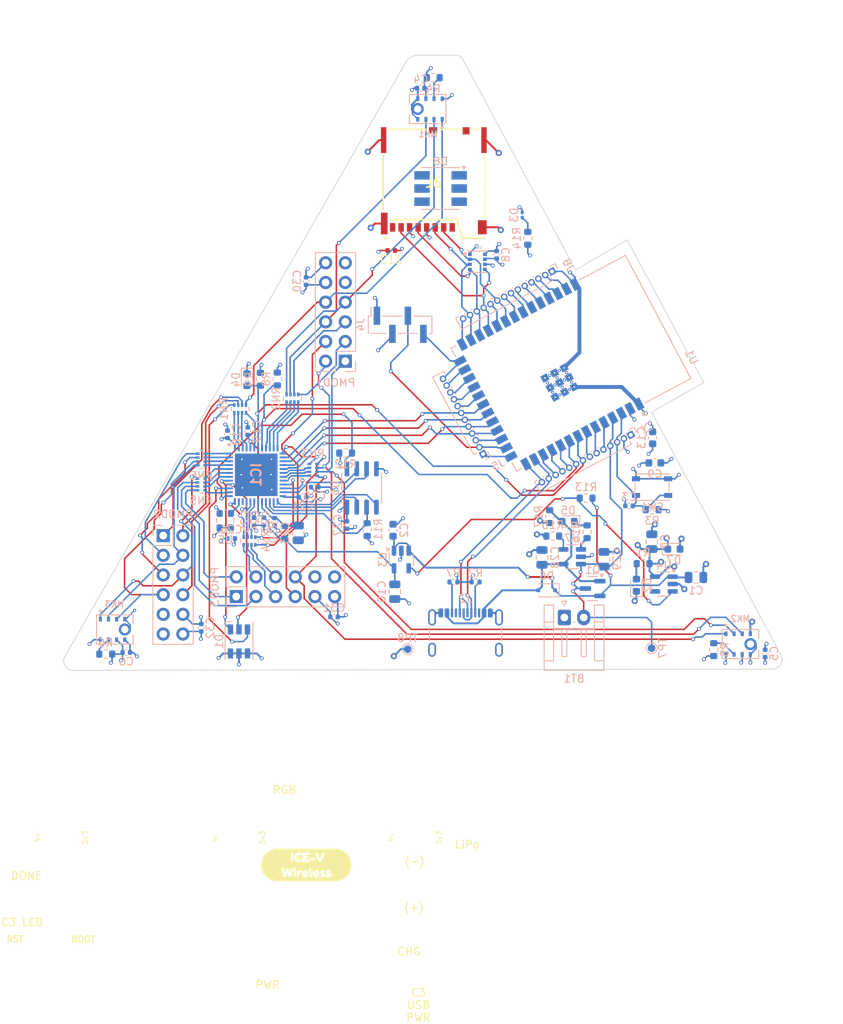
<source format=kicad_pcb>
(kicad_pcb (version 20241229) (generator "pcbnew") (generator_version "9.0")
  (layers (0 "F.Cu" signal) (4 "In1.Cu" signal) (6 "In2.Cu" signal) (2 "B.Cu" signal) (13 "F.Paste" user) (15 "B.Paste" user) (5 "F.SilkS" user "F.Silkscreen") (7 "B.SilkS" user "B.Silkscreen") (1 "F.Mask" user) (3 "B.Mask" user) (25 "Edge.Cuts" user))
  (net 0 "")
  (net 1 "GND")
  (net 2 "/ADC")
  (net 3 "+4V")
  (net 4 "/NRST")
  (net 5 "+3.3V")
  (net 6 "+1V2")
  (net 7 "/VCC_PLL")
  (net 8 "/VBUS")
  (net 9 "Net-(D1-RK)")
  (net 10 "Net-(D1-GK)")
  (net 11 "Net-(D1-BK)")
  (net 12 "Net-(D2-A)")
  (net 13 "Net-(D3-A)")
  (net 14 "/CDONE")
  (net 15 "Net-(D5-K)")
  (net 16 "/FPGA_P44")
  (net 17 "/MEM_SPI_MOSI-IO0")
  (net 18 "/FPGA_P43")
  (net 19 "/12MHz")
  (net 20 "/FPGA_P20")
  (net 21 "/FPGA_P12")
  (net 22 "/FPGA_P13")
  (net 23 "/FPGA_P11")
  (net 24 "/MEM_SPI_~{WP}-IO2")
  (net 25 "/FPGA_P18")
  (net 26 "/FPGA_P31")
  (net 27 "/FPGA_P21")
  (net 28 "/MEM_SPI_SCLK")
  (net 29 "/MEM_SPI_MISO-IO1")
  (net 30 "/FPGA_P42")
  (net 31 "/~{PSRAM_CS}")
  (net 32 "/FPGA_P38")
  (net 33 "/FPGA_P45")
  (net 34 "/SPI_CS")
  (net 35 "/FPGA_P9")
  (net 36 "/FPGA_P6")
  (net 37 "/FPGA_P3")
  (net 38 "/FPGA_P10")
  (net 39 "/FPGA_P4")
  (net 40 "/MEM_SPI_~{HLD}-IO3")
  (net 41 "/FPGA_P47")
  (net 42 "/FPGA_P48")
  (net 43 "/SPI_CLK")
  (net 44 "/SPI_MISO")
  (net 45 "/SPI_MOSI")
  (net 46 "/FPGA_P2")
  (net 47 "/FPGA_P19")
  (net 48 "/FPGA_P32")
  (net 49 "/FPGA_P46")
  (net 50 "/CRESET")
  (net 51 "/FPGA_P36")
  (net 52 "/SPI2_CS")
  (net 53 "/SPI2_MOSI")
  (net 54 "/SPI2_MISO")
  (net 55 "/SPI2_CLK")
  (net 56 "/USB D+")
  (net 58 "/USB D-")
  (net 59 "Net-(J3-CC2)")
  (net 61 "Net-(J3-CC1)")
  (net 62 "/SDA")
  (net 63 "/SCL")
  (net 64 "/GPIO8")
  (net 65 "/GPIO3")
  (net 66 "/GPIO6")
  (net 67 "/GPIO14")
  (net 68 "/UART_TX")
  (net 69 "/GPIO5")
  (net 70 "/GPIO0")
  (net 71 "/GPIO1")
  (net 72 "/GPIO7")
  (net 73 "/GPIO9")
  (net 74 "/UART_RX")
  (net 75 "/GPIO2")
  (net 76 "/GPIO18")
  (net 77 "/GPIO40")
  (net 78 "/GPIO41")
  (net 79 "/GPIO21")
  (net 80 "/GPIO38")
  (net 81 "/GPIO17")
  (net 82 "/GPIO47")
  (net 83 "/GPIO48")
  (net 84 "/GPIO42")
  (net 85 "/PIN_P4")
  (net 86 "/PIN_P2")
  (net 87 "/PIN_P3")
  (net 88 "Net-(MK1-CHIPEN)")
  (net 89 "Net-(MK2-CHIPEN)")
  (net 90 "/PIN_P20")
  (net 91 "/PIN_P19")
  (net 92 "/PIN_P18")
  (net 93 "/PIN_P46")
  (net 94 "/PIN_P45")
  (net 95 "Net-(MK3-CHIPEN)")
  (net 96 "/PIN_P44")
  (net 97 "/PIN_P10")
  (net 98 "/PIN_P21")
  (net 99 "/PIN_P6")
  (net 100 "/PIN_P12")
  (net 101 "/PIN_P9")
  (net 102 "/PIN_P11")
  (net 103 "/PIN_P47")
  (net 104 "/PIN_P48")
  (net 105 "/PIN_P38")
  (net 106 "/PIN_P36")
  (net 107 "/PIN_P43")
  (net 108 "/PIN_P42")
  (net 109 "/PIN_P32")
  (net 110 "/PIN_P31")
  (net 111 "/PIN_P13")
  (net 112 "Net-(U3-PWRGD)")
  (net 113 "Net-(U7-PROG)")
  (net 114 "Net-(U7-STAT)")
  (footprint "custom:5033981892" (layer "F.Cu") (at 133.58 68.705 180)
    (property "Reference" "J6")
    (property "Value" "503398-1892" (hide yes))
  )
  (footprint "Capacitor_SMD:C_0402_1005Metric" (layer "F.Cu") (at 121.55 70.29 180)
    (property "Reference" "C11")
    (property "Value" "0.1uf")
  )
  (footprint "kibuzzard-628C6D93" (layer "F.Cu") (at 110.568 149.6165)
    (property "Reference" "kibuzzard-628C6D93" (hide yes))
    (property "Value" "G***" (hide yes))
  )
  (footprint "Resistor_SMD:R_0603_1608Metric" (layer "B.Cu") (at 139.17 68.713238 -90)
    (property "Reference" "R14")
    (property "Value" "20")
  )
  (footprint "Capacitor_SMD:C_0402_1005Metric" (layer "B.Cu") (at 125.34 49.34 180)
    (property "Reference" "C4")
    (property "Value" "0.1uf")
  )
  (footprint "Package_TO_SOT_SMD:SOT-23" (layer "B.Cu") (at 147.538524 113.93 180)
    (property "Reference" "Q1")
    (property "Value" "DMP1045U-7")
  )
  (footprint "Resistor_SMD:R_0603_1608Metric" (layer "B.Cu") (at 115.64 96.44)
    (property "Reference" "R12")
    (property "Value" "10k")
  )
  (footprint "Package_TO_SOT_SMD:SOT-23-5" (layer "B.Cu") (at 144.898524 109.8275 180)
    (property "Reference" "U7")
    (property "Value" "MCP73831-2-OT")
  )
  (footprint "LED_SMD:LED_RGB_PLCC-6" (layer "B.Cu") (at 101.87 120.76 -90)
    (property "Reference" "D1")
    (property "Value" "CLX6F-FKC")
  )
  (footprint "LED_SMD:LED_0603_1608Metric" (layer "B.Cu") (at 153.188524 113.4975 90)
    (property "Reference" "D2")
    (property "Value" "LED Red")
  )
  (footprint "LED_SMD:LED_0201_0603Metric" (layer "B.Cu") (at 138.45 65.708238 -90)
    (property "Reference" "D3")
    (property "Value" "LED Green")
  )
  (footprint "Package_TO_SOT_SMD:SOT-23-5" (layer "B.Cu") (at 156.736024 113.35 180)
    (property "Reference" "U4")
    (property "Value" "XC6222B331MR-G")
  )
  (footprint "Resistor_SMD:R_0603_1608Metric" (layer "B.Cu") (at 84.66 122.3925 180)
    (property "Reference" "R6")
    (property "Value" "10k")
  )
  (footprint "Capacitor_SMD:C_0805_2012Metric" (layer "B.Cu") (at 160.886024 112.5)
    (property "Reference" "C1")
    (property "Value" "10uf")
  )
  (footprint "Capacitor_SMD:C_0402_1005Metric" (layer "B.Cu") (at 100.39 94.02 90)
    (property "Reference" "C18")
    (property "Value" "0.1uf")
  )
  (footprint "TestPoint:TestPoint_Pad_D1.0mm" (layer "B.Cu") (at 123.66 121.76 180)
    (property "Reference" "TP8")
    (property "Value" "GND")
  )
  (footprint "Capacitor_SMD:C_0402_1005Metric" (layer "B.Cu") (at 100.858524 107.4775 180)
    (property "Reference" "C26")
    (property "Value" "0.1uf")
  )
  (footprint "LED_SMD:LED_RGB_5050-6" (layer "B.Cu") (at 127.91 62.2875 180)
    (property "Reference" "D8")
    (property "Value" "LED_RGB")
  )
  (footprint "Resistor_SMD:R_0603_1608Metric" (layer "B.Cu") (at 146.828524 106.6 -90)
    (property "Reference" "R16")
    (property "Value" "1k")
  )
  (footprint "custom:XCVR_ESP32S3WROOM1N8R8" (layer "B.Cu") (at 144.744457 84.851812 118)
    (property "Reference" "U1")
    (property "Value" "ESP32-S3-WROOM-1-N8R8")
  )
  (footprint "Capacitor_SMD:C_0402_1005Metric" (layer "B.Cu") (at 110.063524 102.1325)
    (property "Reference" "C21")
    (property "Value" "0.1uf")
  )
  (footprint "Capacitor_SMD:C_0402_1005Metric" (layer "B.Cu") (at 114.145 117.59 180)
    (property "Reference" "C31")
    (property "Value" "0.1uf")
  )
  (footprint "Capacitor_SMD:C_0402_1005Metric" (layer "B.Cu") (at 169.818524 122.31 90)
    (property "Reference" "C5")
    (property "Value" "0.1uf")
  )
  (footprint "Capacitor_SMD:C_0402_1005Metric" (layer "B.Cu") (at 103.818524 105.2875 -90)
    (property "Reference" "C25")
    (property "Value" "0.1uf")
  )
  (footprint "custom:MIC_INMP441ACEZ-R7" (layer "B.Cu") (at 85.84 119.2125 180)
    (property "Reference" "MK3")
    (property "Value" "INMP441ACEZ-R7")
  )
  (footprint "Resistor_SMD:R_0603_1608Metric" (layer "B.Cu") (at 142.391024 107.1575 180)
    (property "Reference" "R15")
    (property "Value" "10k")
  )
  (footprint "Connector_PinSocket_2.54mm:PinSocket_2x06_P2.54mm_Vertical" (layer "B.Cu") (at 101.52 114.97 -90)
    (property "Reference" "PMOD3")
    (property "Value" "CONN_02X06")
  )
  (footprint "Oscillator:Oscillator_SMD_ECS_2520MV-xxx-xx-4Pin_2.5x2.0mm" (layer "B.Cu") (at 100.098524 105.16)
    (property "Reference" "U5")
    (property "Value" "12MHz")
  )
  (footprint "Package_TO_SOT_SMD:SOT-23-5" (layer "B.Cu") (at 122.838524 110.18 -90)
    (property "Reference" "U3")
    (property "Value" "MCP1824x-OT")
  )
  (footprint "Package_SO:SOIC-8_3.9x4.9mm_P1.27mm" (layer "B.Cu") (at 117.713524 100.95 -90)
    (property "Reference" "U6")
    (property "Value" "LY68L6400")
  )
  (footprint "Resistor_SMD:R_0603_1608Metric" (layer "B.Cu") (at 154.058524 110.72 180)
    (property "Reference" "R1")
    (property "Value" "1k")
  )
  (footprint "Resistor_SMD:R_0603_1608Metric" (layer "B.Cu") (at 104.638524 86.915 -90)
    (property "Reference" "R9")
    (property "Value" "2.2k")
  )
  (footprint "TestPoint:TestPoint_Pad_D1.0mm" (layer "B.Cu") (at 155.16 121.63 90)
    (property "Reference" "TP7")
    (property "Value" "VBATT")
  )
  (footprint "Capacitor_SMD:C_0402_1005Metric" (layer "B.Cu") (at 110.538524 74.24 -90)
    (property "Reference" "C30")
    (property "Value" "0.1uf")
  )
  (footprint "custom:MIC_INMP441ACEZ-R7" (layer "B.Cu") (at 166.628524 121.1 180)
    (property "Reference" "MK2")
    (property "Value" "INMP441ACEZ-R7")
  )
  (footprint "Capacitor_SMD:C_0402_1005Metric" (layer "B.Cu") (at 135.15 70.84 90)
    (property "Reference" "C8")
    (property "Value" "0.1uf")
  )
  (footprint "Capacitor_SMD:C_0402_1005Metric" (layer "B.Cu") (at 106.468524 105.3125 -90)
    (property "Reference" "C22")
    (property "Value" "0.1uf")
  )
  (footprint "Connector_USB:USB_C_Receptacle_GCT_USB4105-xx-A_16P_TopMnt_Horizontal" (layer "B.Cu") (at 131.128524 120.76 180)
    (property "Reference" "J3")
    (property "Value" "USB_C_Receptacle_USB2.0_16P")
  )
  (footprint "custom:MIC_INMP441ACEZ-R7" (layer "B.Cu") (at 126.24 52.02)
    (property "Reference" "MK1")
    (property "Value" "INMP441ACEZ-R7")
  )
  (footprint "Resistor_SMD:R_Array_Concave_4x0402" (layer "B.Cu") (at 102.018524 90.74 -90)
    (property "Reference" "RN1")
    (property "Value" "33")
  )
  (footprint "Connector_PinSocket_1.00mm:PinSocket_1x14_P1.00mm_Vertical" (layer "B.Cu") (at 142.298318 72.98687 118)
    (property "Reference" "J8")
    (property "Value" "AUX3")
  )
  (footprint "Resistor_SMD:R_Array_Concave_4x0402" (layer "B.Cu") (at 103.23 107.79 90)
    (property "Reference" "RN4")
    (property "Value" "33")
  )
  (footprint "Connector_PinHeader_2.00mm:PinHeader_1x04_P2.00mm_Vertical_SMD_Pin1Left" (layer "B.Cu") (at 122.68 79.88 -90)
    (property "Reference" "J4")
    (property "Value" "Conn_01x04_Pin")
  )
  (footprint "LED_SMD:LED_0603_1608Metric" (layer "B.Cu") (at 144.388524 105.27 180)
    (property "Reference" "D5")
    (property "Value" "LED Yellow")
  )
  (footprint "Capacitor_SMD:C_0603_1608Metric" (layer "B.Cu") (at 155.29 94.47 -90)
    (property "Reference" "C13")
    (property "Value" "0.01uf")
  )
  (footprint "Resistor_SMD:R_Array_Concave_4x0402" (layer "B.Cu") (at 97.033524 97.275)
    (property "Reference" "RN6")
    (property "Value" "33")
  )
  (footprint "Capacitor_SMD:C_0402_1005Metric" (layer "B.Cu") (at 105.088524 105.2475 -90)
    (property "Reference" "C24")
    (property "Value" "0.1uf")
  )
  (footprint "custom:QFN50P700X700X100-49N-D" (layer "B.Cu") (at 104.098524 99.25 -90)
    (property "Reference" "IC1")
    (property "Value" "ICE40UP5K-SG48I" (hide yes))
  )
  (footprint "Resistor_SMD:R_0603_1608Metric" (layer "B.Cu") (at 126.955 47.98)
    (property "Reference" "R4")
    (property "Value" "10k")
  )
  (footprint "LED_SMD:LED_0603_1608Metric" (layer "B.Cu") (at 102.908524 86.965 -90)
    (property "Reference" "D4")
    (property "Value" "LED Blue")
  )
  (footprint "Resistor_SMD:R_Array_Concave_4x0402" (layer "B.Cu") (at 111.46 98.6 180)
    (property "Reference" "RN3")
    (property "Value" "33")
  )
  (footprint "Resistor_SMD:R_0603_1608Metric" (layer "B.Cu") (at 141.991024 104.6475 -90)
    (property "Reference" "R17")
    (property "Value" "10k")
  )
  (footprint "Capacitor_SMD:C_0402_1005Metric" (layer "B.Cu") (at 97 118.99 90)
    (property "Reference" "C32")
    (property "Value" "0.1uf")
  )
  (footprint "Capacitor_SMD:C_0402_1005Metric" (layer "B.Cu") (at 87.32 122.1825)
    (property "Reference" "C6")
    (property "Value" "0.1uf")
  )
  (footprint "Resistor_SMD:R_0603_1608Metric" (layer "B.Cu") (at 118.423524 106.32 90)
    (property "Reference" "R11")
    (property "Value" "10k")
  )
  (footprint "Capacitor_SMD:C_0603_1608Metric" (layer "B.Cu") (at 155.58 97.71)
    (property "Reference" "C9")
    (property "Value" "1uf")
  )
  (footprint "Capacitor_SMD:C_0402_1005Metric" (layer "B.Cu") (at 152.243524 103.26 180)
    (property "Reference" "C3")
    (property "Value" "0.1uf")
  )
  (footprint "custom:PSON65P250X250X100-8N" (layer "B.Cu") (at 132.66 71.75 180)
    (property "Reference" "U2")
    (property "Value" "BME280")
  )
  (footprint "Capacitor_SMD:C_0402_1005Metric" (layer "B.Cu") (at 102.998524 93.62 90)
    (property "Reference" "C19")
    (property "Value" "0.1uf")
  )
  (footprint "Resistor_SMD:R_0402_1005Metric" (layer "B.Cu") (at 132.428524 113.085 180)
    (property "Reference" "R2")
    (property "Value" "5.1k")
  )
  (footprint "Connector_PinSocket_2.54mm:PinSocket_2x06_P2.54mm_Vertical" (layer "B.Cu") (at 92.088524 107.099999 180)
    (property "Reference" "PMOD2")
    (property "Value" "CONN_02X06")
  )
  (footprint "Capacitor_SMD:C_0402_1005Metric" (layer "B.Cu") (at 115.803524 105.73 -90)
    (property "Reference" "C27")
    (property "Value" "0.1uf")
  )
  (footprint "Diode_SMD:D_SOD-323F" (layer "B.Cu") (at 141.608524 114.16 180)
    (property "Reference" "D6")
    (property "Value" "PMEG3020EJ,115")
  )
  (footprint "Capacitor_SMD:C_0805_2012Metric" (layer "B.Cu") (at 149.001024 110.1475 90)
    (property "Reference" "C29")
    (property "Value" "10uf")
  )
  (footprint "Capacitor_SMD:C_0805_2012Metric" (layer "B.Cu") (at 109.518524 106.7525 -90)
    (property "Reference" "C23")
    (property "Value" "10uf")
  )
  (footprint "Resistor_SMD:R_0603_1608Metric" (layer "B.Cu") (at 163.178524 121.815 90)
    (property "Reference" "R5")
    (property "Value" "10k")
  )
  (footprint "Resistor_SMD:R_Array_Concave_4x0402" (layer "B.Cu") (at 108.77 89.38 -90)
    (property "Reference" "RN2")
    (property "Value" "33")
  )
  (footprint "Capacitor_SMD:C_0805_2012Metric" (layer "B.Cu") (at 121.988524 114.3375 -90)
    (property "Reference" "C10")
    (property "Value" "10uf")
  )
  (footprint "Resistor_SMD:R_0603_1608Metric" (layer "B.Cu") (at 146.695 102.26 180)
    (property "Reference" "R13")
    (property "Value" "10k")
  )
  (footprint "Capacitor_SMD:C_0603_1608Metric" (layer "B.Cu") (at 121.768524 106.3975 90)
    (property "Reference" "C2")
    (property "Value" "1uf")
  )
  (footprint "Diode_SMD:D_0603_1608Metric" (layer "B.Cu") (at 158.038524 108.84)
    (property "Reference" "D7")
    (property "Value" "CPDU5V0")
  )
  (footprint "Capacitor_SMD:C_0805_2012Metric" (layer "B.Cu") (at 141.001024 109.9075 90)
    (property "Reference" "C28")
    (property "Value" "10uf")
  )
  (footprint "Resistor_SMD:R_0603_1608Metric" (layer "B.Cu") (at 106.818524 86.875 -90)
    (property "Reference" "R8")
    (property "Value" "10k")
  )
  (footprint "Connector_PinSocket_1.00mm:PinSocket_1x14_P1.00mm_Vertical" (layer "B.Cu") (at 152.47 94.1 118)
    (property "Reference" "J2")
    (property "Value" "AUX1")
  )
  (footprint "Capacitor_SMD:C_0402_1005Metric" (layer "B.Cu") (at 111.64 100.84)
    (property "Reference" "C20")
    (property "Value" "0.1uf")
  )
  (footprint "Connector_JST:JST_EH_S2B-EH_1x02_P2.50mm_Horizontal" (layer "B.Cu") (at 143.888524 117.6675)
    (property "Reference" "BT1")
    (property "Value" "Battery Connector")
  )
  (footprint "Resistor_SMD:R_Array_Concave_4x0402" (layer "B.Cu") (at 97.003524 100.495)
    (property "Reference" "RN5")
    (property "Value" "33")
  )
  (footprint "Connector_PinSocket_1.00mm:PinSocket_1x12_P1.00mm_Vertical" (layer "B.Cu") (at 133.39 96.56 28)
    (property "Reference" "J5")
    (property "Value" "AUX2")
  )
  (footprint "Resistor_SMD:R_0402_1005Metric" (layer "B.Cu") (at 129.568524 113.085 180)
    (property "Reference" "R7")
    (property "Value" "5.1k")
  )
  (footprint "Resistor_SMD:R_0603_1608Metric" (layer "B.Cu") (at 107.748524 106.6675 -90)
    (property "Reference" "R10")
    (property "Value" "100")
  )
  (footprint "Button_Switch_SMD:SW_SPST_PTS810" (layer "B.Cu") (at 155.218524 100.835)
    (property "Reference" "SW1")
    (property "Value" "SW_Push")
  )
  (footprint "Capacitor_SMD:C_0805_2012Metric" (layer "B.Cu") (at 155.188524 107.88 90)
    (property "Reference" "C7")
    (property "Value" "10uf")
  )
  (footprint "Resistor_SMD:R_0603_1608Metric" (layer "B.Cu") (at 155.228524 103.745)
    (property "Reference" "R3")
    (property "Value" "10k")
  )
  (footprint "Connector_PinSocket_2.54mm:PinSocket_2x06_P2.54mm_Vertical" (layer "B.Cu") (at 115.598524 84.58)
    (property "Reference" "PMOD1")
    (property "Value" "CONN_02X06")
  )
  (gr_line (start 124.73 45.07) (end 129.916013 45.086466) (stroke (width 0.1)) (layer "Edge.Cuts"))
  (gr_arc (start 129.916269 45.080719) (mid 130.448218 45.251947) (end 130.819009 45.670042) (stroke (width 0.1)) (layer "Edge.Cuts"))
  (gr_line (start 123.440756 45.945072) (end 79.478495 122.539473) (stroke (width 0.1)) (layer "Edge.Cuts"))
  (gr_arc (start 171.903503 122.62802) (mid 171.793106 123.795218) (end 170.753887 124.337953) (stroke (width 0.1)) (layer "Edge.Cuts"))
  (gr_arc (start 80.518524 124.49) (mid 79.380197 123.844419) (end 79.478498 122.539468) (stroke (width 0.1)) (layer "Edge.Cuts"))
  (gr_line (start 155.164226 91.150034) (end 171.903503 122.628022) (stroke (width 0.1)) (layer "Edge.Cuts"))
  (gr_line (start 80.518524 124.490072) (end 170.753887 124.337953) (stroke (width 0.1)) (layer "Edge.Cuts"))
  (gr_line (start 145.340673 72.792866) (end 152.010562 68.912931) (stroke (width 0.1)) (layer "Edge.Cuts"))
  (gr_line (start 161.872366 87.335479) (end 155.164226 91.150034) (stroke (width 0.1)) (layer "Edge.Cuts"))
  (gr_line (start 145.340673 72.792866) (end 130.819009 45.670046) (stroke (width 0.1)) (layer "Edge.Cuts"))
  (gr_arc (start 123.440756 45.945072) (mid 123.996499 45.375343) (end 124.728535 45.062989) (stroke (width 0.1)) (layer "Edge.Cuts"))
  (gr_line (start 152.010562 68.912931) (end 161.872366 87.335479) (stroke (width 0.1)) (layer "Edge.Cuts"))
  (gr_text "DONE" (at 74.423 151.0215 0) (layer "F.SilkS") (effects (font (size 1 1))))
  (gr_text "RGB" (at 107.748 139.9065 0) (layer "F.SilkS") (effects (font (size 1 1))))
  (gr_text "4v" (at 75.808 146.1265 90) (layer "F.SilkS") (effects (font (size 0.7 0.7) (thickness 0.1))))
  (gr_text "C3 LED" (at 73.848 157.0215 0) (layer "F.SilkS") (effects (font (size 1 1))))
  (gr_text "3v3" (at 82.001 146.1125 90) (layer "F.SilkS") (effects (font (size 0.7 0.7) (thickness 0.1))))
  (gr_text "LiPo" (at 131.3532 146.9761 0) (layer "F.SilkS") (effects (font (size 1 1))))
  (gr_text "3v3" (at 127.721 146.1125 90) (layer "F.SilkS") (effects (font (size 0.7 0.7) (thickness 0.1))))
  (gr_text "PWR" (at 105.5722 165.0863 0) (layer "F.SilkS") (effects (font (size 1 1))))
  (gr_text "CHG" (at 123.8348 160.7937 0) (layer "F.SilkS") (effects (font (size 1 1))))
  (gr_text "RST" (at 72.948 159.1865 0) (layer "F.SilkS") (effects (font (size 0.8 0.8))))
  (gr_text "(-)" (at 124.546 149.1605 0) (layer "F.SilkS") (effects (font (size 1 1))))
  (gr_text "4v" (at 121.488 146.0865 90) (layer "F.SilkS") (effects (font (size 0.7 0.7) (thickness 0.1))))
  (gr_text "4v" (at 98.778 146.1465 90) (layer "F.SilkS") (effects (font (size 0.7 0.7) (thickness 0.1))))
  (gr_text "C3\nUSB\nPWR" (at 125.054 167.7025 0) (layer "F.SilkS") (effects (font (size 1 1))))
  (gr_text "BOOT" (at 81.768 159.2165 0) (layer "F.SilkS") (effects (font (size 0.8 0.8))))
  (gr_text "(+)" (at 124.4952 155.1041 0) (layer "F.SilkS") (effects (font (size 1 1))))
  (gr_text "3v3" (at 104.861 146.1125 90) (layer "F.SilkS") (effects (font (size 0.7 0.7) (thickness 0.1))))
  (segment (start 133.29 67.29) (end 135.33 67.29) (width 0.25) (layer "F.Cu") (net 1))
  (segment (start 133.51 56.04) (end 133.76 56.04) (width 0.25) (layer "F.Cu") (net 1))
  (segment (start 121.07 70.29) (end 120.04 70.29) (width 0.2) (layer "F.Cu") (net 1))
  (segment (start 123.91 67.99) (end 124.37 68.45) (width 0.2) (layer "F.Cu") (net 1))
  (segment (start 135.33 67.29) (end 135.68 67.64) (width 0.25) (layer "F.Cu") (net 1))
  (segment (start 120.63 66.805) (end 119.425 66.805) (width 0.25) (layer "F.Cu") (net 1))
  (segment (start 123.91 67.305) (end 123.91 67.99) (width 0.2) (layer "F.Cu") (net 1))
  (segment (start 119.425 66.805) (end 118.88 67.35) (width 0.25) (layer "F.Cu") (net 1))
  (segment (start 119.99 56.04) (end 118.5 57.53) (width 0.25) (layer "F.Cu") (net 1))
  (segment (start 120.55 56.04) (end 119.99 56.04) (width 0.25) (layer "F.Cu") (net 1))
  (segment (start 120.04 70.29) (end 119.87 70.46) (width 0.2) (layer "F.Cu") (net 1))
  (segment (start 133.76 56.04) (end 135.42 57.7) (width 0.25) (layer "F.Cu") (net 1))
  (via (at 119.87 70.46) (size 0.5) (drill 0.3) (layers "F.Cu" "B.Cu") (net 1))
  (via (at 106.07 97.24) (size 0.4) (drill 0.2) (layers "F.Cu" "B.Cu") (net 1))
  (via (at 104.11 106.46) (size 0.5) (drill 0.3) (layers "F.Cu" "B.Cu") (net 1))
  (via (at 168.14 118.21) (size 0.8) (drill 0.4) (layers "F.Cu" "B.Cu") (net 1))
  (via (at 142.619354 86.095007) (size 0.4) (drill 0.2) (layers "F.Cu" "B.Cu") (net 1))
  (via (at 124.210273 49.552617) (size 0.5) (drill 0.3) (layers "F.Cu" "B.Cu") (net 1))
  (via (at 152.97 115.54) (size 0.8) (drill 0.4) (layers "F.Cu" "B.Cu") (net 1))
  (via (at 140.35 106.94) (size 0.8) (drill 0.4) (layers "F.Cu" "B.Cu") (net 1))
  (via (at 103.14 84.9) (size 0.5) (drill 0.3) (layers "F.Cu" "B.Cu") (net 1))
  (via (at 106 99.22) (size 0.4) (drill 0.2) (layers "F.Cu" "B.Cu") (net 1))
  (via (at 118.88 67.35) (size 0.8) (drill 0.4) (layers "F.Cu" "B.Cu") (net 1))
  (via (at 142.040487 87.988394) (size 0.4) (drill 0.2) (layers "F.Cu" "B.Cu") (net 1))
  (via (at 145.17 87.91) (size 0.4) (drill 0.2) (layers "F.Cu" "B.Cu") (net 1))
  (via (at 102.31 100.93) (size 0.4) (drill 0.2) (layers "F.Cu" "B.Cu") (net 1))
  (via (at 159.02 107.49) (size 0.8) (drill 0.4) (layers "F.Cu" "B.Cu") (net 1))
  (via (at 169.995 121.055) (size 0.5) (drill 0.3) (layers "F.Cu" "B.Cu") (net 1))
  (via (at 143.85548 85.437747) (size 0.4) (drill 0.2) (layers "F.Cu" "B.Cu") (net 1))
  (via (at 142.697747 89.224521) (size 0.4) (drill 0.2) (layers "F.Cu" "B.Cu") (net 1))
  (via (at 123.06 104.86) (size 0.5) (drill 0.3) (layers "F.Cu" "B.Cu") (net 1))
  (via (at 152.78 98.495) (size 0.5) (drill 0.3) (layers "F.Cu" "B.Cu") (net 1))
  (via (at 102.81 92.43) (size 0.5) (drill 0.3) (layers "F.Cu" "B.Cu") (net 1))
  (via (at 155.6 105.64) (size 0.8) (drill 0.4) (layers "F.Cu" "B.Cu") (net 1))
  (via (at 106.94 106.45) (size 0.5) (drill 0.3) (layers "F.Cu" "B.Cu") (net 1))
  (via (at 99.55 107.8) (size 0.5) (drill 0.3) (layers "F.Cu" "B.Cu") (net 1))
  (via (at 147.45 109.59) (size 0.5) (drill 0.3) (layers "F.Cu" "B.Cu") (net 1))
  (via (at 122.66 110.2) (size 0.5) (drill 0.3) (layers "F.Cu" "B.Cu") (net 1))
  (via (at 135.42 57.7) (size 0.8) (drill 0.4) (layers "F.Cu" "B.Cu") (net 1))
  (via (at 121.87 122.66) (size 0.8) (drill 0.4) (layers "F.Cu" "B.Cu") (net 1))
  (via (at 119.43 76.41) (size 0.5) (drill 0.3) (layers "F.Cu" "B.Cu") (net 1))
  (via (at 88.7 122.69) (size 0.5) (drill 0.3) (layers "F.Cu" "B.Cu") (net 1))
  (via (at 102.25 97.24) (size 0.4) (drill 0.2) (layers "F.Cu" "B.Cu") (net 1))
  (via (at 114.42 101.13) (size 0.5) (drill 0.3) (layers "F.Cu" "B.Cu") (net 1))
  (via (at 135.68 67.64) (size 0.8) (drill 0.4) (layers "F.Cu" "B.Cu") (net 1))
  (via (at 111.18 101.96) (size 0.5) (drill 0.3) (layers "F.Cu" "B.Cu") (net 1))
  (via (at 82.57 121.09) (size 0.5) (drill 0.3) (layers "F.Cu" "B.Cu") (net 1))
  (via (at 135.89 72.11) (size 0.5) (drill 0.3) (layers "F.Cu" "B.Cu") (net 1))
  (via (at 132.12 112.23) (size 0.5) (drill 0.3) (layers "F.Cu" "B.Cu") (net 1))
  (via (at 102.16 99.23) (size 0.4) (drill 0.2) (layers "F.Cu" "B.Cu") (net 1))
  (via (at 96.95 117.61) (size 0.5) (drill 0.3) (layers "F.Cu" "B.Cu") (net 1))
  (via (at 143.933874 88.567261) (size 0.4) (drill 0.2) (layers "F.Cu" "B.Cu") (net 1))
  (via (at 143.276614 87.331133) (size 0.4) (drill 0.2) (layers "F.Cu" "B.Cu") (net 1))
  (via (at 151.59 102.415) (size 0.5) (drill 0.3) (layers "F.Cu" "B.Cu") (net 1))
  (via (at 106.1 101.15) (size 0.4) (drill 0.2) (layers "F.Cu" "B.Cu") (net 1))
  (via (at 129.35 50.22) (size 0.5) (drill 0.3) (layers "F.Cu" "B.Cu") (net 1))
  (via (at 105.33 106.58) (size 0.5) (drill 0.3) (layers "F.Cu" "B.Cu") (net 1))
  (via (at 158.67 99.245) (size 0.5) (drill 0.3) (layers "F.Cu" "B.Cu") (net 1))
  (via (at 132.54 69.74) (size 0.5) (drill 0.3) (layers "F.Cu" "B.Cu") (net 1))
  (via (at 129.92 112.22) (size 0.5) (drill 0.3) (layers "F.Cu" "B.Cu") (net 1))
  (via (at 110.57 106.97) (size 0.5) (drill 0.3) (layers "F.Cu" "B.Cu") (net 1))
  (via (at 100.1 92.74) (size 0.5) (drill 0.3) (layers "F.Cu" "B.Cu") (net 1))
  (via (at 139.35 109.5) (size 0.8) (drill 0.4) (layers "F.Cu" "B.Cu") (net 1))
  (via (at 144.63 73.11) (size 0.5) (drill 0.3) (layers "F.Cu" "B.Cu") (net 1))
  (via (at 114.62 118.45) (size 0.5) (drill 0.3) (layers "F.Cu" "B.Cu") (net 1))
  (via (at 150.67 109.07) (size 0.8) (drill 0.4) (layers "F.Cu" "B.Cu") (net 1))
  (via (at 110.07 75.71) (size 0.5) (drill 0.3) (layers "F.Cu" "B.Cu") (net 1))
  (via (at 88.39 116.74) (size 0.4) (drill 0.2) (layers "F.Cu" "B.Cu") (net 1))
  (via (at 167.908524 123.491476) (size 0.5) (drill 0.3) (layers "F.Cu" "B.Cu") (net 1))
  (via (at 162.18 110.78) (size 0.8) (drill 0.4) (layers "F.Cu" "B.Cu") (net 1))
  (via (at 159.39 114.01) (size 0.8) (drill 0.4) (layers "F.Cu" "B.Cu") (net 1))
  (via (at 123.87 115.85) (size 0.5) (drill 0.3) (layers "F.Cu" "B.Cu") (net 1))
  (via (at 138.101476 64.703238) (size 0.5) (drill 0.3) (layers "F.Cu" "B.Cu") (net 1))
  (via (at 164.675 123.525) (size 0.5) (drill 0.3) (layers "F.Cu" "B.Cu") (net 1))
  (via (at 154.4 91.32) (size 0.5) (drill 0.3) (layers "F.Cu" "B.Cu") (net 1))
  (via (at 157.71 97.181476) (size 0.5) (drill 0.3) (layers "F.Cu" "B.Cu") (net 1))
  (via (at 140.76 105.17) (size 0.8) (drill 0.4) (layers "F.Cu" "B.Cu") (net 1))
  (via (at 154.76 96.55) (size 0.5) (drill 0.3) (layers "F.Cu" "B.Cu") (net 1))
  (via (at 141.383226 86.752267) (size 0.4) (drill 0.2) (layers "F.Cu" "B.Cu") (net 1))
  (via (at 118.5 57.53) (size 0.8) (drill 0.4) (layers "F.Cu" "B.Cu") (net 1))
  (via (at 116.87 105.97) (size 0.5) (drill 0.3) (layers "F.Cu" "B.Cu") (net 1))
  (via (at 98.92 103.44) (size 0.5) (drill 0.3) (layers "F.Cu" "B.Cu") (net 1))
  (via (at 120.88 98.88) (size 0.5) (drill 0.3) (layers "F.Cu" "B.Cu") (net 1))
  (via (at 124.37 68.45) (size 0.5) (drill 0.3) (layers "F.Cu" "B.Cu") (net 1))
  (via (at 144.51274 86.673873) (size 0.4) (drill 0.2) (layers "F.Cu" "B.Cu") (net 1))
  (segment (start 109.8375 107.7025) (end 110.57 106.97) (width 0.2) (layer "B.Cu") (net 1))
  (segment (start 110.543524 102.1325) (end 111.0075 102.1325) (width 0.2) (layer "B.Cu") (net 1))
  (segment (start 97 118.51) (end 97 117.66) (width 0.2) (layer "B.Cu") (net 1))
  (segment (start 141.991024 105.4725) (end 141.0625 105.4725) (width 0.25) (layer "B.Cu") (net 1))
  (segment (start 155.29 96.02) (end 154.76 96.55) (width 0.2) (layer "B.Cu") (net 1))
  (segment (start 158.73 113.35) (end 159.39 114.01) (width 0.25) (layer "B.Cu") (net 1))
  (segment (start 164.675 123.525) (end 164.758524 123.441476) (width 0.2) (layer "B.Cu") (net 1))
  (segment (start 113.9 101.13) (end 113.61 100.84) (width 0.2) (layer "B.Cu") (net 1))
  (segment (start 145.835448 83.457779) (end 145.835448 75.211162) (width 0.5) (layer "B.Cu") (net 1))
  (segment (start 109.518524 107.7025) (end 109.8375 107.7025) (width 0.2) (layer "B.Cu") (net 1))
  (segment (start 103.818524 106.168524) (end 104.11 106.46) (width 0.2) (layer "B.Cu") (net 1))
  (segment (start 146.036024 109.8275) (end 147.2125 109.8275) (width 0.2) (layer "B.Cu") (net 1))
  (segment (start 157.181476 97.71) (end 157.71 97.181476) (width 0.2) (layer "B.Cu") (net 1))
  (segment (start 102.18 99.25) (end 102.16 99.23) (width 0.2) (layer "B.Cu") (net 1))
  (segment (start 169.818524 121.231476) (end 169.818524 121.83) (width 0.2) (layer "B.Cu") (net 1))
  (segment (start 131.918524 113.085) (end 131.918524 112.431476) (width 0.2) (layer "B.Cu") (net 1))
  (segment (start 167.908524 122.43) (end 167.908524 122.328524) (width 0.2) (layer "B.Cu") (net 1))
  (segment (start 131.69 70.59) (end 132.54 69.74) (width 0.2) (layer "B.Cu") (net 1))
  (segment (start 106.468524 105.7925) (end 106.468524 105.978524) (width 0.2) (layer "B.Cu") (net 1))
  (segment (start 95.878524 118.51) (end 94.628524 117.26) (width 0.2) (layer "B.Cu") (net 1))
  (segment (start 127.383524 117.08) (end 126.808524 117.655) (width 0.25) (layer "B.Cu") (net 1))
  (segment (start 88.1925 122.1825) (end 88.7 122.69) (width 0.2) (layer "B.Cu") (net 1))
  (segment (start 99.373524 103.893524) (end 98.92 103.44) (width 0.2) (layer "B.Cu") (net 1))
  (segment (start 102.908524 86.1775) (end 102.908524 85.131476) (width 0.2) (layer "B.Cu") (net 1))
  (segment (start 124.195 51.455) (end 124.195 52.14) (width 0.25) (layer "B.Cu") (net 1))
  (segment (start 131.69 70.775) (end 131.69 70.59) (width 0.2) (layer "B.Cu") (net 1))
  (segment (start 153.143524 99.76) (end 153.143524 98.858524) (width 0.2) (layer "B.Cu") (net 1))
  (segment (start 155.188524 106.051476) (end 155.6 105.64) (width 0.25) (layer "B.Cu") (net 1))
  (segment (start 157.293524 99.76) (end 153.143524 99.76) (width 0.2) (layer "B.Cu") (net 1))
  (segment (start 99.8725 107.4775) (end 99.55 107.8) (width 0.2) (layer "B.Cu") (net 1))
  (segment (start 122.2975 105.6225) (end 123.06 104.86) (width 0.2) (layer "B.Cu") (net 1))
  (segment (start 167.908524 119.77) (end 167.908524 118.441476) (width 0.25) (layer "B.Cu") (net 1))
  (segment (start 124.96 49.44) (end 124.86 49.34) (width 0.25) (layer "B.Cu") (net 1))
  (segment (start 143.611156 72.98687) (end 142.298318 72.98687) (width 0.2) (layer "B.Cu") (net 1))
  (segment (start 104.098524 99.25) (end 104.2 99.25) (width 0.2) (layer "B.Cu") (net 1))
  (segment (start 153.188524 115.321476) (end 152.97 115.54) (width 0.25) (layer "B.Cu") (net 1))
  (segment (start 112.758524 74.72) (end 113.058524 74.42) (width 0.2) (layer "B.Cu") (net 1))
  (segment (start 140.35 106.94) (end 141 106.94) (width 0.25) (layer "B.Cu") (net 1))
  (segment (start 138.45 65.051762) (end 138.101476 64.703238) (width 0.2) (layer "B.Cu") (net 1))
  (segment (start 123.66 121.76) (end 122.77 121.76) (width 0.25) (layer "B.Cu") (net 1))
  (segment (start 124.86 49.34) (end 124.42289 49.34) (width 0.2) (layer "B.Cu") (net 1))
  (segment (start 105.088524 105.7275) (end 105.088524 106.338524) (width 0.2) (layer "B.Cu") (net 1))
  (segment (start 135.89 72.11) (end 135.66 72.11) (width 0.2) (layer "B.Cu") (net 1))
  (segment (start 122.77 121.76) (end 121.87 122.66) (width 0.25) (layer "B.Cu") (net 1))
  (segment (start 155.188524 106.93) (end 155.188524 106.051476) (width 0.25) (layer "B.Cu") (net 1))
  (segment (start 158.826024 108.84) (end 158.826024 107.683976) (width 0.25) (layer "B.Cu") (net 1))
  (segment (start 124.245 52.635) (end 124.245 52.02) (width 0.15) (layer "B.Cu") (net 1))
  (segment (start 97 117.66) (end 96.95 117.61) (width 0.2) (layer "B.Cu") (net 1))
  (segment (start 120.475 98.475) (end 120.88 98.88) (width 0.2) (layer "B.Cu") (net 1))
  (segment (start 87.8 121.2225) (end 87.12 120.5425) (width 0.2) (layer "B.Cu") (net 1))
  (segment (start 135.15 71.6) (end 135.15 71.32) (width 0.2) (layer "B.Cu") (net 1))
  (segment (start 130.078524 113.085) (end 130.078524 112.378524) (width 0.2) (layer "B.Cu") (net 1))
  (segment (start 105.088524 106.338524) (end 105.33 106.58) (width 0.2) (layer "B.Cu") (net 1))
  (segment (start 153.143524 98.858524) (end 152.78 98.495) (width 0.2) (layer "B.Cu") (net 1))
  (segment (start 124.96 50.69) (end 124.195 51.455) (width 0.25) (layer "B.Cu") (net 1))
  (segment (start 157.873524 113.35) (end 158.73 113.35) (width 0.25) (layer "B.Cu") (net 1))
  (segment (start 113.665 117.59) (end 113.665 116.955) (width 0.2) (layer "B.Cu") (net 1))
  (segment (start 130.078524 112.378524) (end 129.92 112.22) (width 0.2) (layer "B.Cu") (net 1))
  (segment (start 83.97 120.5425) (end 83.1175 120.5425) (width 0.2) (layer "B.Cu") (net 1))
  (segment (start 145.280886 73.760886) (end 144.63 73.11) (width 0.2) (layer "B.Cu") (net 1))
  (segment (start 100.39 93.03) (end 100.39 93.54) (width 0.2) (layer "B.Cu") (net 1))
  (segment (start 167.908524 122.43) (end 167.908524 122.421476) (width 0.2) (layer "B.Cu") (net 1))
  (segment (start 97 118.51) (end 95.878524 118.51) (width 0.2) (layer "B.Cu") (net 1))
  (segment (start 105.97 99.25) (end 106 99.22) (width 0.2) (layer "B.Cu") (net 1))
  (segment (start 121.768524 105.6225) (end 122.2975 105.6225) (width 0.2) (layer "B.Cu") (net 1))
  (segment (start 131.918524 112.431476) (end 132.12 112.23) (width 0.2) (layer "B.Cu") (net 1))
  (segment (start 135.66 72.11) (end 135.15 71.6) (width 0.2) (layer "B.Cu") (net 1))
  (segment (start 113.665 117.59) (end 114.525 118.45) (width 0.2) (layer "B.Cu") (net 1))
  (segment (start 161.836024 111.123976) (end 162.18 110.78) (width 0.25) (layer "B.Cu") (net 1))
  (segment (start 167.908524 123.491476) (end 167.908524 122.43) (width 0.2) (layer "B.Cu") (net 1))
  (segment (start 149.001024 109.1975) (end 150.5425 109.1975) (width 0.25) (layer "B.Cu") (net 1))
  (segment (start 114.42 101.13) (end 113.9 101.13) (width 0.2) (layer "B.Cu") (net 1))
  (segment (start 161.836024 112.5) (end 161.836024 111.123976) (width 0.25) (layer "B.Cu") (net 1))
  (segment (start 116.63 106.21) (end 116.87 105.97) (width 0.2) (layer "B.Cu") (net 1))
  (segment (start 104.098524 99.211476) (end 106.07 97.24) (width 0.2) (layer "B.Cu") (net 1))
  (segment (start 104.098524 99.25) (end 105.97 99.25) (width 0.2) (layer "B.Cu") (net 1))
  (segment (start 151.763524 103.26) (end 151.763524 102.588524) (width 0.2) (layer "B.Cu") (net 1))
  (segment (start 168.648524 121.681476) (end 168.648524 121.1) (width 0.2) (layer "B.Cu") (net 1))
  (segment (start 128.11 50.69) (end 128.88 50.69) (width 0.2) (layer "B.Cu") (net 1))
  (segment (start 134.328524 117.08) (end 134.873524 117.08) (width 0.25) (layer "B.Cu") (net 1))
  (segment (start 110.538524 74.72) (end 110.538524 75.241476) (width 0.2) (layer "B.Cu") (net 1))
  (segment (start 151.298455 87.91) (end 153.496638 90.108183) (width 0.5) (layer "B.Cu") (net 1))
  (segment (start 103.818524 105.7675) (end 103.818524 106.168524) (width 0.2) (layer "B.Cu") (net 1))
  (segment (start 104.098524 99.25) (end 104.098524 99.211476) (width 0.2) (layer "B.Cu") (net 1))
  (segment (start 158.826024 107.683976) (end 159.02 107.49) (width 0.25) (layer "B.Cu") (net 1))
  (segment (start 153.496638 90.416638) (end 154.4 91.32) (width 0.2) (layer "B.Cu") (net 1))
  (segment (start 87.12 117.8825) (end 87.2475 117.8825) (width 0.15) (layer "B.Cu") (net 1))
  (segment (start 119.68 78.705) (end 119.68 76.66) (width 0.2) (layer "B.Cu") (net 1))
  (segment (start 103.818524 105.7675) (end 105.048524 105.7675) (width 0.2) (layer "B.Cu") (net 1))
  (segment (start 157.293524 99.76) (end 158.155 99.76) (width 0.2) (layer "B.Cu") (net 1))
  (segment (start 113.61 100.84) (end 112.12 100.84) (width 0.2) (layer "B.Cu") (net 1))
  (segment (start 169.995 121.055) (end 169.818524 121.231476) (width 0.2) (layer "B.Cu") (net 1))
  (segment (start 130.078524 113.085) (end 131.918524 113.085) (width 0.2) (layer "B.Cu") (net 1))
  (segment (start 145.835448 75.211162) (end 145.280886 74.6566) (width 0.5) (layer "B.Cu") (net 1))
  (segment (start 128.88 50.69) (end 129.35 50.22) (width 0.2) (layer "B.Cu") (net 1))
  (segment (start 102.998524 92.618524) (end 102.81 92.43) (width 0.2) (layer "B.Cu") (net 1))
  (segment (start 156.355 97.71) (end 157.181476 97.71) (width 0.2) (layer "B.Cu") (net 1))
  (segment (start 124.96 53.35) (end 124.245 52.635) (width 0.15) (layer "B.Cu") (net 1))
  (segment (start 141.2175 107.1575) (end 141.566024 107.1575) (width 0.25) (layer "B.Cu") (net 1))
  (segment (start 127.928524 117.08) (end 127.383524 117.08) (width 0.25) (layer "B.Cu") (net 1))
  (segment (start 150.5425 109.1975) (end 150.67 109.07) (width 0.25) (layer "B.Cu") (net 1))
  (segment (start 122.838524 109.0425) (end 122.838524 110.021476) (width 0.2) (layer "B.Cu") (net 1))
  (segment (start 164.758524 123.441476) (end 164.758524 122.43) (width 0.2) (layer "B.Cu") (net 1))
  (segment (start 115.803524 106.21) (end 116.63 106.21) (width 0.2) (layer "B.Cu") (net 1))
  (segment (start 83.1175 120.5425) (end 82.57 121.09) (width 0.2) (layer "B.Cu") (net 1))
  (segment (start 104.098524 99.25) (end 103.99 99.25) (width 0.2) (layer "B.Cu") (net 1))
  (segment (start 114.525 118.45) (end 114.62 118.45) (width 0.2) (layer "B.Cu") (net 1))
  (segment (start 119.68 76.66) (end 119.43 76.41) (width 0.2) (layer "B.Cu") (net 1))
  (segment (start 124.42289 49.34) (end 124.210273 49.552617) (width 0.2) (layer "B.Cu") (net 1))
  (segment (start 104.098524 99.088524) (end 102.25 97.24) (width 0.2) (layer "B.Cu") (net 1))
  (segment (start 158.155 99.76) (end 158.67 99.245) (width 0.2) (layer "B.Cu") (net 1))
  (segment (start 104.2 99.25) (end 106.1 101.15) (width 0.2) (layer "B.Cu") (net 1))
  (segment (start 167.908524 118.441476) (end 168.14 118.21) (width 0.25) (layer "B.Cu") (net 1))
  (segment (start 138.45 65.388238) (end 138.45 65.051762) (width 0.2) (layer "B.Cu") (net 1))
  (segment (start 133.735 71.32) (end 133.63 71.425) (width 0.2) (layer "B.Cu") (net 1))
  (segment (start 102.998524 93.14) (end 102.998524 92.618524) (width 0.2) (layer "B.Cu") (net 1))
  (segment (start 139.8925 108.9575) (end 139.35 109.5) (width 0.25) (layer "B.Cu") (net 1))
  (segment (start 155.29 95.245) (end 155.29 96.02) (width 0.2) (layer "B.Cu") (net 1))
  (segment (start 106.468524 105.978524) (end 106.94 106.45) (width 0.2) (layer "B.Cu") (net 1))
  (segment (start 87.8 122.1825) (end 87.8 121.2225) (width 0.2) (layer "B.Cu") (net 1))
  (segment (start 145.280886 74.6566) (end 145.280886 73.760886) (width 0.2) (layer "B.Cu") (net 1))
  (segment (start 123.3075 115.2875) (end 123.87 115.85) (width 0.2) (layer "B.Cu") (net 1))
  (segment (start 104.098524 99.25) (end 102.18 99.25) (width 0.2) (layer "B.Cu") (net 1))
  (segment (start 153.496638 90.108183) (end 153.496638 90.416638) (width 0.2) (layer "B.Cu") (net 1))
  (segment (start 103.99 99.25) (end 102.31 100.93) (width 0.2) (layer "B.Cu") (net 1))
  (segment (start 147.2125 109.8275) (end 147.45 109.59) (width 0.2) (layer "B.Cu") (net 1))
  (segment (start 134.873524 117.08) (end 135.448524 117.655) (width 0.25) (layer "B.Cu") (net 1))
  (segment (start 135.15 71.32) (end 133.735 71.32) (width 0.2) (layer "B.Cu") (net 1))
  (segment (start 121.988524 115.2875) (end 123.3075 115.2875) (width 0.2) (layer "B.Cu") (net 1))
  (segment (start 151.763524 102.588524) (end 151.59 102.415) (width 0.2) (layer "B.Cu") (net 1))
  (segment (start 87.2475 117.8825) (end 88.39 116.74) (width 0.15) (layer "B.Cu") (net 1))
  (segment (start 99.373524 104.235) (end 99.373524 103.893524) (width 0.2) (layer "B.Cu") (net 1))
  (segment (start 141.0625 105.4725) (end 140.76 105.17) (width 0.25) (layer "B.Cu") (net 1))
  (segment (start 122.838524 110.021476) (end 122.66 110.2) (width 0.2) (layer "B.Cu") (net 1))
  (segment (start 110.538524 74.72) (end 112.758524 74.72) (width 0.2) (layer "B.Cu") (net 1))
  (segment (start 141 106.94) (end 141.2175 107.1575) (width 0.25) (layer "B.Cu") (net 1))
  (segment (start 119.618524 98.475) (end 120.475 98.475) (width 0.2) (layer "B.Cu") (net 1))
  (segment (start 167.908524 122.421476) (end 168.648524 121.681476) (width 0.2) (layer "B.Cu") (net 1))
  (segment (start 104.098524 99.25) (end 104.098524 99.088524) (width 0.2) (layer "B.Cu") (net 1))
  (segment (start 113.665 116.955) (end 111.68 114.97) (width 0.2) (layer "B.Cu") (net 1))
  (segment (start 143.85548 85.437747) (end 145.835448 83.457779) (width 0.5) (layer "B.Cu") (net 1))
  (segment (start 87.12 117.8825) (end 87.835 118.5975) (width 0.15) (layer "B.Cu") (net 1))
  (segment (start 102.908524 85.131476) (end 103.14 84.9) (width 0.2) (layer "B.Cu") (net 1))
  (segment (start 153.188524 114.285) (end 153.188524 115.321476) (width 0.25) (layer "B.Cu") (net 1))
  (segment (start 145.17 87.91) (end 151.298455 87.91) (width 0.5) (layer "B.Cu") (net 1))
  (segment (start 100.378524 107.4775) (end 99.8725 107.4775) (width 0.2) (layer "B.Cu") (net 1))
  (segment (start 87.8 122.1825) (end 88.1925 122.1825) (width 0.2) (layer "B.Cu") (net 1))
  (segment (start 100.1 92.74) (end 100.39 93.03) (width 0.2) (layer "B.Cu") (net 1))
  (segment (start 124.96 50.69) (end 124.96 49.44) (width 0.25) (layer "B.Cu") (net 1))
  (segment (start 111.0075 102.1325) (end 111.18 101.96) (width 0.2) (layer "B.Cu") (net 1))
  (segment (start 105.048524 105.7675) (end 105.088524 105.7275) (width 0.2) (layer "B.Cu") (net 1))
  (segment (start 145.280886 74.6566) (end 143.611156 72.98687) (width 0.2) (layer "B.Cu") (net 1))
  (segment (start 87.835 118.5975) (end 87.835 119.2125) (width 0.15) (layer "B.Cu") (net 1))
  (segment (start 141.001024 108.9575) (end 139.8925 108.9575) (width 0.25) (layer "B.Cu") (net 1))
  (segment (start 110.538524 75.241476) (end 110.07 75.71) (width 0.2) (layer "B.Cu") (net 1))
  (segment (start 145.98 112.33) (end 145.02 113.29) (width 0.2) (layer "F.Cu") (net 2))
  (segment (start 146.388524 115.658524) (end 146.388524 117.6675) (width 0.2) (layer "F.Cu") (net 2))
  (segment (start 145.02 114.29) (end 146.388524 115.658524) (width 0.2) (layer "F.Cu") (net 2))
  (segment (start 145.98 111.81) (end 145.98 112.33) (width 0.2) (layer "F.Cu") (net 2))
  (via (at 145.02 114.29) (size 0.5) (drill 0.3) (layers "F.Cu" "B.Cu") (net 2))
  (via (at 145.98 111.81) (size 0.5) (drill 0.3) (layers "F.Cu" "B.Cu") (net 2))
  (via (at 145.02 113.29) (size 0.5) (drill 0.3) (layers "F.Cu" "B.Cu") (net 2))
  (segment (start 149.726024 111.0975) (end 151.301 109.522524) (width 0.2) (layer "B.Cu") (net 2))
  (segment (start 145.66 113.93) (end 146.601024 113.93) (width 0.2) (layer "B.Cu") (net 2))
  (segment (start 155.16 118.3) (end 154.5275 117.6675) (width 0.2) (layer "B.Cu") (net 2))
  (segment (start 146.601024 113.93) (end 145.38 113.93) (width 0.2) (layer "B.Cu") (net 2))
  (segment (start 155.16 121.63) (end 155.16 118.3) (width 0.2) (layer "B.Cu") (net 2))
  (segment (start 150.132607 94.583721) (end 149.821157 94.895171) (width 0.2) (layer "B.Cu") (net 2))
  (segment (start 146.036024 110.7775) (end 148.681024 110.7775) (width 0.2) (layer "B.Cu") (net 2))
  (segment (start 154.5275 117.6675) (end 146.388524 117.6675) (width 0.2) (layer "B.Cu") (net 2))
  (segment (start 151.301 109.522524) (end 151.301 103.735026) (width 0.2) (layer "B.Cu") (net 2))
  (segment (start 149.821157 94.895171) (end 149.821157 95.508415) (width 0.2) (layer "B.Cu") (net 2))
  (segment (start 146.036024 110.7775) (end 146.036024 111.753976) (width 0.2) (layer "B.Cu") (net 2))
  (segment (start 148.681024 110.7775) (end 149.001024 111.0975) (width 0.2) (layer "B.Cu") (net 2))
  (segment (start 146.601024 117.455) (end 146.388524 117.6675) (width 0.2) (layer "B.Cu") (net 2))
  (segment (start 146.036024 111.753976) (end 145.98 111.81) (width 0.2) (layer "B.Cu") (net 2))
  (segment (start 149.001024 111.0975) (end 149.726024 111.0975) (width 0.2) (layer "B.Cu") (net 2))
  (segment (start 150.132607 91.896869) (end 150.132607 94.583721) (width 0.2) (layer "B.Cu") (net 2))
  (segment (start 149.821157 102.255183) (end 149.821157 95.508415) (width 0.2) (layer "B.Cu") (net 2))
  (segment (start 151.301 103.735026) (end 149.821157 102.255183) (width 0.2) (layer "B.Cu") (net 2))
  (segment (start 145.38 113.93) (end 145.02 114.29) (width 0.2) (layer "B.Cu") (net 2))
  (segment (start 145.02 113.29) (end 145.66 113.93) (width 0.2) (layer "B.Cu") (net 2))
  (segment (start 148.1 103.5) (end 148.1 110.5) (width 0.2) (layer "F.Cu") (net 3))
  (segment (start 139.15 112.44) (end 142.2 112.44) (width 0.25) (layer "F.Cu") (net 3))
  (segment (start 148.1 110.5) (end 149.86 112.26) (width 0.2) (layer "F.Cu") (net 3))
  (segment (start 142.2 112.44) (end 142.32 112.56) (width 0.25) (layer "F.Cu") (net 3))
  (via (at 149.86 112.26) (size 0.5) (drill 0.3) (layers "F.Cu" "B.Cu") (net 3))
  (via (at 139.15 112.44) (size 0.5) (drill 0.3) (layers "F.Cu" "B.Cu") (net 3))
  (via (at 142.32 112.56) (size 0.5) (drill 0.3) (layers "F.Cu" "B.Cu") (net 3))
  (via (at 148.1 103.5) (size 0.5) (drill 0.3) (layers "F.Cu" "B.Cu") (net 3))
  (segment (start 142.32 113.771476) (end 142.708524 114.16) (width 0.25) (layer "B.Cu") (net 3))
  (segment (start 149.846024 113.51) (end 156.101025 113.51) (width 0.2) (layer "B.Cu") (net 3))
  (segment (start 121.888524 107.2925) (end 121.768524 107.1725) (width 0.2) (layer "B.Cu") (net 3))
  (segment (start 123.788524 109.0425) (end 125.982524 111.2365) (width 0.25) (layer "B.Cu") (net 3))
  (segment (start 149.86 112.26) (end 149.86 113.496024) (width 0.2) (layer "B.Cu") (net 3))
  (segment (start 157.211025 112.4) (end 157.873524 112.4) (width 0.2) (layer "B.Cu") (net 3))
  (segment (start 143.428524 114.88) (end 148.476024 114.88) (width 0.2) (layer "B.Cu") (net 3))
  (segment (start 123.788524 108.380001) (end 123.788524 109.0425) (width 0.2) (layer "B.Cu") (net 3))
  (segment (start 147.52 102.26) (end 147.52 102.92) (width 0.2) (layer "B.Cu") (net 3))
  (segment (start 149.86 113.496024) (end 149.619524 113.7365) (width 0.2) (layer "B.Cu") (net 3))
  (segment (start 159.936024 112.5) (end 157.973524 112.5) (width 0.25) (layer "B.Cu") (net 3))
  (segment (start 125.982524 111.2365) (end 137.9465 111.2365) (width 0.25) (layer "B.Cu") (net 3))
  (segment (start 149.619524 113.7365) (end 149.846024 113.51) (width 0.2) (layer "B.Cu") (net 3))
  (segment (start 142.708524 114.16) (end 143.428524 114.88) (width 0.2) (layer "B.Cu") (net 3))
  (segment (start 122.497556 108.079) (end 123.487523 108.079) (width 0.2) (layer "B.Cu") (net 3))
  (segment (start 142.32 112.56) (end 142.32 113.771476) (width 0.25) (layer "B.Cu") (net 3))
  (segment (start 148.476024 114.88) (end 149.619524 113.7365) (width 0.2) (layer "B.Cu") (net 3))
  (segment (start 137.9465 111.2365) (end 139.15 112.44) (width 0.25) (layer "B.Cu") (net 3))
  (segment (start 121.888524 109.0425) (end 121.888524 108.688032) (width 0.2) (layer "B.Cu") (net 3))
  (segment (start 123.487523 108.079) (end 123.788524 108.380001) (width 0.2) (layer "B.Cu") (net 3))
  (segment (start 157.973524 112.5) (end 157.873524 112.4) (width 0.25) (layer "B.Cu") (net 3))
  (segment (start 121.888524 109.0425) (end 121.888524 107.2925) (width 0.2) (layer "B.Cu") (net 3))
  (segment (start 147.52 102.92) (end 148.1 103.5) (width 0.2) (layer "B.Cu") (net 3))
  (segment (start 121.888524 108.688032) (end 122.497556 108.079) (width 0.2) (layer "B.Cu") (net 3))
  (segment (start 156.101025 113.51) (end 157.211025 112.4) (width 0.2) (layer "B.Cu") (net 3))
  (segment (start 153.143524 101.91) (end 153.143524 102.84) (width 0.2) (layer "B.Cu") (net 4))
  (segment (start 153.143524 102.84) (end 152.723524 103.26) (width 0.2) (layer "B.Cu") (net 4))
  (segment (start 150.704105 99.470581) (end 150.704105 95.038943) (width 0.2) (layer "B.Cu") (net 4))
  (segment (start 157.293524 101.91) (end 156.238524 101.91) (width 0.2) (layer "B.Cu") (net 4))
  (segment (start 151.253951 91.300641) (end 151.253951 93.875854) (width 0.2) (layer "B.Cu") (net 4))
  (segment (start 153.918524 103.26) (end 154.403524 103.745) (width 0.2) (layer "B.Cu") (net 4))
  (segment (start 150.704105 94.4257) (end 150.704105 95.038943) (width 0.2) (layer "B.Cu") (net 4))
  (segment (start 151.253951 93.875854) (end 150.704105 94.4257) (width 0.2) (layer "B.Cu") (net 4))
  (segment (start 156.238524 101.91) (end 154.403524 103.745) (width 0.2) (layer "B.Cu") (net 4))
  (segment (start 153.143524 101.91) (end 150.704105 99.470581) (width 0.2) (layer "B.Cu") (net 4))
  (segment (start 152.723524 103.26) (end 153.918524 103.26) (width 0.2) (layer "B.Cu") (net 4))
  (segment (start 122.7 70.29) (end 122.92 70.07) (width 0.2) (layer "F.Cu") (net 5))
  (segment (start 126.11 68.24) (end 126.49 68.62) (width 0.2) (layer "F.Cu") (net 5))
  (segment (start 126.11 67.305) (end 126.11 68.24) (width 0.2) (layer "F.Cu") (net 5))
  (segment (start 122.03 70.29) (end 122.7 70.29) (width 0.2) (layer "F.Cu") (net 5))
  (via (at 86.62 123.22) (size 0.5) (drill 0.3) (layers "F.Cu" "B.Cu") (net 5))
  (via (at 153.53 98.061476) (size 0.5) (drill 0.3) (layers "F.Cu" "B.Cu") (net 5))
  (via (at 157.08 107.42) (size 0.8) (drill 0.4) (layers "F.Cu" "B.Cu") (net 5))
  (via (at 99.23 122.91) (size 0.5) (drill 0.3) (layers "F.Cu" "B.Cu") (net 5))
  (via (at 152.94 92.11) (size 0.5) (drill 0.3) (layers "F.Cu" "B.Cu") (net 5))
  (via (at 153.36 108.33) (size 0.8) (drill 0.4) (layers "F.Cu" "B.Cu") (net 5))
  (via (at 114.87 103.9) (size 0.5) (drill 0.3) (layers "F.Cu" "B.Cu") (net 5))
  (via (at 114.96 97.73) (size 0.5) (drill 0.3) (layers "F.Cu" "B.Cu") (net 5))
  (via (at 169.818524 123.518524) (size 0.5) (drill 0.3) (layers "F.Cu" "B.Cu") (net 5))
  (via (at 154.94 92.6) (size 0.5) (drill 0.3) (layers "F.Cu" "B.Cu") (net 5))
  (via (at 99.62 94.66) (size 0.5) (drill 0.3) (layers "F.Cu" "B.Cu") (net 5))
  (via (at 161.93 123.06) (size 0.5) (drill 0.3) (layers "F.Cu" "B.Cu") (net 5))
  (via (at 119.85 83.17) (size 0.5) (drill 0.3) (layers "F.Cu" "B.Cu") (net 5))
  (via (at 101.86 123.73) (size 0.5) (drill 0.3) (layers "F.Cu" "B.Cu") (net 5))
  (via (at 107.2 85.04) (size 0.5) (drill 0.3) (layers "F.Cu" "B.Cu") (net 5))
  (via (at 104.78 85.05) (size 0.5) (drill 0.3) (layers "F.Cu" "B.Cu") (net 5))
  (via (at 158.08 111.09) (size 0.8) (drill 0.4) (layers "F.Cu" "B.Cu") (net 5))
  (via (at 85.32 123.52) (size 0.5) (drill 0.3) (layers "F.Cu" "B.Cu") (net 5))
  (via (at 139.461476 70.933238) (size 0.5) (drill 0.3) (layers "F.Cu" "B.Cu") (net 5))
  (via (at 126.49 68.62) (size 0.5) (drill 0.3) (layers "F.Cu" "B.Cu") (net 5))
  (via (at 157.3 103.965) (size 0.5) (drill 0.3) (layers "F.Cu" "B.Cu") (net 5))
  (via (at 156.38 110.49) (size 0.8) (drill 0.4) (layers "F.Cu" "B.Cu") (net 5))
  (via (at 114.89 104.99) (size 0.5) (drill 0.3) (layers "F.Cu" "B.Cu") (net 5))
  (via (at 115.67 117.35) (size 0.5) (drill 0.3) (layers "F.Cu" "B.Cu") (net 5))
  (via (at 122.92 70.07) (size 0.5) (drill 0.3) (layers "F.Cu" "B.Cu") (net 5))
  (via (at 110.75 72.63) (size 0.5) (drill 0.3) (layers "F.Cu" "B.Cu") (net 5))
  (via (at 96.94 120.43) (size 0.5) (drill 0.3) (layers "F.Cu" "B.Cu") (net 5))
  (via (at 113.24 101.43) (size 0.5) (drill 0.3) (layers "F.Cu" "B.Cu") (net 5))
  (via (at 112.41 102.41) (size 0.5) (drill 0.3) (layers "F.Cu" "B.Cu") (net 5))
  (via (at 101.18 108.24) (size 0.5) (drill 0.3) (layers "F.Cu" "B.Cu") (net 5))
  (via (at 134.64 72.24) (size 0.5) (drill 0.3) (layers "F.Cu" "B.Cu") (net 5))
  (via (at 126.65 46.73) (size 0.5) (drill 0.3) (layers "F.Cu" "B.Cu") (net 5))
  (via (at 135.48 69.47) (size 0.5) (drill 0.3) (layers "F.Cu" "B.Cu") (net 5))
  (via (at 104.81 122.95) (size 0.5) (drill 0.3) (layers "F.Cu" "B.Cu") (net 5))
  (via (at 119.05 108.1) (size 0.5) (drill 0.3) (layers "F.Cu" "B.Cu") (net 5))
  (via (at 103.818524 104.27) (size 0.5) (drill 0.3) (layers "F.Cu" "B.Cu") (net 5))
  (via (at 110.07 99.98) (size 0.5) (drill 0.3) (layers "F.Cu" "B.Cu") (net 5))
  (via (at 126.47 49.31) (size 0.5) (drill 0.3) (layers "F.Cu" "B.Cu") (net 5))
  (via (at 152.11 96.29) (size 0.5) (drill 0.3) (layers "F.Cu" "B.Cu") (net 5))
  (via (at 166.72 123.49) (size 0.5) (drill 0.3) (layers "F.Cu" "B.Cu") (net 5))
  (via (at 98.63 107.15) (size 0.5) (drill 0.3) (layers "F.Cu" "B.Cu") (net 5))
  (via (at 102.27 103.71) (size 0.5) (drill 0.3) (layers "F.Cu" "B.Cu") (net 5))
  (segment (start 169.818524 123.518524) (end 169.818524 122.79) (width 0.2) (layer "B.Cu") (net 5))
  (segment (start 135.15 70.36) (end 134.045 70.36) (width 0.2) (layer "B.Cu") (net 5))
  (segment (start 111.3465 102.7435) (end 110.194524 102.7435) (width 0.2) (layer "B.Cu") (net 5))
  (segment (start 86.63 122.3925) (end 86.84 122.1825) (width 0.2) (layer "B.Cu") (net 5))
  (segment (start 106.818524 86.05) (end 106.818524 85.421476) (width 0.2) (layer "B.Cu") (net 5))
  (segment (start 121.68 81.34) (end 119.85 83.17) (width 0.2) (layer "B.Cu") (net 5))
  (segment (start 111.77 101.45) (end 113.22 101.45) (width 0.2) (layer "B.Cu") (net 5))
  (segment (start 107.548524 101) (end 109.598588 101) (width 0.2) (layer "B.Cu") (net 5))
  (segment (start 118.423524 107.473524) (end 119.05 108.1) (width 0.2) (layer "B.Cu") (net 5))
  (segment (start 154.883524 110.72) (end 154.883524 109.135) (width 0.25) (layer "B.Cu") (net 5))
  (segment (start 156.08 112.4) (end 155.598524 112.4) (width 0.25) (layer "B.Cu") (net 5))
  (segment (start 166.858524 123.351476) (end 166.858524 122.43) (width 0.2) (layer "B.Cu") (net 5))
  (segment (start 86.84 122.1825) (end 86.84 123) (width 0.2) (layer "B.Cu") (net 5))
  (segment (start 133.63 72.075) (end 134.475 72.075) (width 0.2) (layer "B.Cu") (net 5))
  (segment (start 101.87 123.72) (end 101.86 123.73) (width 0.25) (layer "B.Cu") (net 5))
  (segment (start 110.538524 72.841476) (end 110.75 72.63) (width 0.2) (layer "B.Cu") (net 5))
  (segment (start 139.17 69.538238) (end 139.17 70.641762) (width 0.2) (layer "B.Cu") (net 5))
  (segment (start 157.251024 108.84) (end 157.251024 107.591024) (width 0.25) (layer "B.Cu") (net 5))
  (segment (start 110.538524 73.76) (end 111.178524 73.76) (width 0.2) (layer "B.Cu") (net 5))
  (segment (start 115.43 117.59) (end 115.67 117.35) (width 0.2) (layer "B.Cu") (net 5))
  (segment (start 157.39 111.09) (end 156.08 112.4) (width 0.25) (layer "B.Cu") (net 5))
  (segment (start 154.883524 111.685) (end 155.598524 112.4) (width 0.25) (layer "B.Cu") (net 5))
  (segment (start 139.17 70.641762) (end 139.461476 70.933238) (width 0.2) (layer "B.Cu") (net 5))
  (segment (start 110.07 100.528588) (end 110.07 99.98) (width 0.2) (layer "B.Cu") (net 5))
  (segment (start 97 120.37) (end 96.94 120.43) (width 0.2) (layer "B.Cu") (net 5))
  (segment (start 104.638524 85.191476) (end 104.78 85.05) (width 0.2) (layer "B.Cu") (net 5))
  (segment (start 114.96 96.585) (end 114.815 96.44) (width 0.2) (layer "B.Cu") (net 5))
  (segment (start 86.84 121.3125) (end 86.07 120.5425) (width 0.2) (layer "B.Cu") (net 5))
  (segment (start 154.883524 110.72) (end 154.883524 111.685) (width 0.25) (layer "B.Cu") (net 5))
  (segment (start 107.681024 102.1325) (end 107.548524 102) (width 0.2) (layer "B.Cu") (net 5))
  (segment (start 114.96 97.73) (end 114.96 96.585) (width 0.2) (layer "B.Cu") (net 5))
  (segment (start 155.198524 108.84) (end 155.188524 108.83) (width 0.25) (layer "B.Cu") (net 5))
  (segment (start 101.348524 95.358524) (end 100.49 94.5) (width 0.2) (layer "B.Cu") (net 5))
  (segment (start 162.35 122.64) (end 161.93 123.06) (width 0.2) (layer "B.Cu") (net 5))
  (segment (start 157.251024 108.84) (end 155.198524 108.84) (width 0.25) (layer "B.Cu") (net 5))
  (segment (start 126.44 49.34) (end 126.47 49.31) (width 0.2) (layer "B.Cu") (net 5))
  (segment (start 109.598588 101) (end 110.07 100.528588) (width 0.2) (layer "B.Cu") (net 5))
  (segment (start 100.49 94.5) (end 100.39 94.5) (width 0.2) (layer "B.Cu") (net 5))
  (segment (start 156.053524 103.745) (end 157.08 103.745) (width 0.2) (layer "B.Cu") (net 5))
  (segment (start 102.97 122.31) (end 101.87 122.31) (width 0.25) (layer "B.Cu") (net 5))
  (segment (start 101.87 122.31) (end 101.87 123.72) (width 0.25) (layer "B.Cu") (net 5))
  (segment (start 104.17 122.31) (end 104.81 122.95) (width 0.25) (layer "B.Cu") (net 5))
  (segment (start 156.15 110.72) (end 156.38 110.49) (width 0.25) (layer "B.Cu") (net 5))
  (segment (start 99.78 94.5) (end 99.62 94.66) (width 0.2) (layer "B.Cu") (net 5))
  (segment (start 100.77 122.31) (end 101.87 122.31) (width 0.25) (layer "B.Cu") (net 5))
  (segment (start 101.338524 108.081476) (end 101.18 108.24) (width 0.2) (layer "B.Cu") (net 5))
  (segment (start 163.178524 122.64) (end 162.35 122.64) (width 0.2) (layer "B.Cu") (net 5))
  (segment (start 102.848524 103.352) (end 102.490524 103.71) (width 0.2) (layer "B.Cu") (net 5))
  (segment (start 99.373524 106.406476) (end 98.63 107.15) (width 0.2) (layer "B.Cu") (net 5))
  (segment (start 121.68 81.055) (end 121.68 81.34) (width 0.2) (layer "B.Cu") (net 5))
  (segment (start 115.808524 105.245) (end 115.803524 105.25) (width 0.2) (layer "B.Cu") (net 5))
  (segment (start 109.583524 102.1325) (end 107.681024 102.1325) (width 0.2) (layer "B.Cu") (net 5))
  (segment (start 135.15 69.8) (end 135.48 69.47) (width 0.2) (layer "B.Cu") (net 5))
  (segment (start 100.77 122.31) (end 99.83 122.31) (width 0.25) (layer "B.Cu") (net 5))
  (segment (start 157.08 103.745) (end 157.3 103.965) (width 0.2) (layer "B.Cu") (net 5))
  (segment (start 155.29 93.695) (end 155.29 92.95) (width 0.2) (layer "B.Cu") (net 5))
  (segment (start 101.348524 95.8) (end 101.348524 95.358524) (width 0.2) (layer "B.Cu") (net 5))
  (segment (start 126.13 47.25) (end 126.65 46.73) (width 0.2) (layer "B.Cu") (net 5))
  (segment (start 154.883524 109.135) (end 155.188524 108.83) (width 0.25) (layer "B.Cu") (net 5))
  (segment (start 134.045 70.36) (end 133.63 70.775) (width 0.2) (layer "B.Cu") (net 5))
  (segment (start 153.86 108.83) (end 153.36 108.33) (width 0.25) (layer "B.Cu") (net 5))
  (segment (start 158.08 111.09) (end 157.39 111.09) (width 0.25) (layer "B.Cu") (net 5))
  (segment (start 111.16 100.84) (end 111.77 101.45) (width 0.2) (layer "B.Cu") (net 5))
  (segment (start 125.82 49.34) (end 126.44 49.34) (width 0.2) (layer "B.Cu") (net 5))
  (segment (start 99.373524 106.085) (end 99.373524 106.406476) (width 0.2) (layer "B.Cu") (net 5))
  (segment (start 101.338524 107.4775) (end 101.338524 108.081476) (width 0.2) (layer "B.Cu") (net 5))
  (segment (start 152.375294 90.704412) (end 152.375294 91.545294) (width 0.2) (layer "B.Cu") (net 5))
  (segment (start 125.82 49.34) (end 125.82 48.29) (width 0.2) (layer "B.Cu") (net 5))
  (segment (start 103.818524 104.27) (end 103.818524 104.8075) (width 0.2) (layer "B.Cu") (net 5))
  (segment (start 126.13 47.98) (end 126.13 47.25) (width 0.2) (layer "B.Cu") (net 5))
  (segment (start 110.194524 102.7435) (end 109.583524 102.1325) (width 0.2) (layer "B.Cu") (net 5))
  (segment (start 110.538524 73.76) (end 110.538524 72.841476) (width 0.2) (layer "B.Cu") (net 5))
  (segment (start 115.15 105.25) (end 114.89 104.99) (width 0.2) (layer "B.Cu") (net 5))
  (segment (start 151.587053 94.569472) (end 151.587053 95.767053) (width 0.2) (layer "B.Cu") (net 5))
  (segment (start 106.818524 85.421476) (end 107.2 85.04) (width 0.2) (layer "B.Cu") (net 5))
  (segment (start 126.01 49.53) (end 125.82 49.34) (width 0.2) (layer "B.Cu") (net 5))
  (segment (start 154.883524 110.72) (end 156.15 110.72) (width 0.25) (layer "B.Cu") (net 5))
  (segment (start 134.475 72.075) (end 134.64 72.24) (width 0.2) (layer "B.Cu") (net 5))
  (segment (start 166.72 123.49) (end 166.858524 123.351476) (width 0.2) (layer "B.Cu") (net 5))
  (segment (start 86.84 123) (end 86.62 123.22) (width 0.2) (layer "B.Cu") (net 5))
  (segment (start 118.423524 107.145) (end 118.423524 107.473524) (width 0.2) (layer "B.Cu") (net 5))
  (segment (start 85.485 122.3925) (end 86.63 122.3925) (width 0.2) (layer "B.Cu") (net 5))
  (segment (start 102.848524 102.7) (end 102.848524 103.352) (width 0.2) (layer "B.Cu") (net 5))
  (segment (start 113.22 101.45) (end 113.24 101.43) (width 0.2) (layer "B.Cu") (net 5))
  (segment (start 86.84 122.1825) (end 86.84 121.3125) (width 0.2) (layer "B.Cu") (net 5))
  (segment (start 151.587053 95.767053) (end 152.11 96.29) (width 0.2) (layer "B.Cu") (net 5))
  (segment (start 126.01 50.69) (end 126.01 49.53) (width 0.2) (layer "B.Cu") (net 5))
  (segment (start 135.15 70.36) (end 135.15 69.8) (width 0.2) (layer "B.Cu") (net 5))
  (segment (start 85.485 122.3925) (end 85.485 123.355) (width 0.2) (layer "B.Cu") (net 5))
  (segment (start 85.485 123.355) (end 85.32 123.52) (width 0.2) (layer "B.Cu") (net 5))
  (segment (start 115.345 103.425) (end 114.87 103.9) (width 0.2) (layer "B.Cu") (net 5))
  (segment (start 157.251024 107.591024) (end 157.08 107.42) (width 0.25) (layer "B.Cu") (net 5))
  (segment (start 100.823524 106.085) (end 99.373524 106.085) (width 0.2) (layer "B.Cu") (net 5))
  (segment (start 97 119.47) (end 97 120.37) (width 0.2) (layer "B.Cu") (net 5))
  (segment (start 111.69 102.4) (end 111.3465 102.7435) (width 0.2) (layer "B.Cu") (net 5))
  (segment (start 115.808524 103.425) (end 115.808524 105.245) (width 0.2) (layer "B.Cu") (net 5))
  (segment (start 104.638524 86.09) (end 104.638524 85.191476) (width 0.2) (layer "B.Cu") (net 5))
  (segment (start 100.39 94.5) (end 99.78 94.5) (width 0.2) (layer "B.Cu") (net 5))
  (segment (start 102.97 122.31) (end 104.17 122.31) (width 0.25) (layer "B.Cu") (net 5))
  (segment (start 114.625 115.375) (end 114.22 114.97) (width 0.2) (layer "B.Cu") (net 5))
  (segment (start 115.808524 103.425) (end 115.345 103.425) (width 0.2) (layer "B.Cu") (net 5))
  (segment (start 97 119.47) (end 94.958524 119.47) (width 0.2) (layer "B.Cu") (net 5))
  (segment (start 152.375294 91.545294) (end 152.94 92.11) (width 0.2) (layer "B.Cu") (net 5))
  (segment (start 111.178524 73.76) (end 113.058524 71.88) (width 0.2) (layer "B.Cu") (net 5))
  (segment (start 112.4 102.4) (end 111.69 102.4) (width 0.2) (layer "B.Cu") (net 5))
  (segment (start 112.41 102.41) (end 112.4 102.4) (width 0.2) (layer "B.Cu") (net 5))
  (segment (start 102.490524 103.71) (end 102.27 103.71) (width 0.2) (layer "B.Cu") (net 5))
  (segment (start 155.188524 108.83) (end 153.86 108.83) (width 0.25) (layer "B.Cu") (net 5))
  (segment (start 154.805 97.71) (end 153.881476 97.71) (width 0.2) (layer "B.Cu") (net 5))
  (segment (start 155.29 92.95) (end 154.94 92.6) (width 0.2) (layer "B.Cu") (net 5))
  (segment (start 94.958524 119.47) (end 94.628525 119.799999) (width 0.2) (layer "B.Cu") (net 5))
  (segment (start 153.881476 97.71) (end 153.53 98.061476) (width 0.2) (layer "B.Cu") (net 5))
  (segment (start 114.625 117.59) (end 114.625 115.375) (width 0.2) (layer "B.Cu") (net 5))
  (segment (start 125.82 48.29) (end 126.13 47.98) (width 0.2) (layer "B.Cu") (net 5))
  (segment (start 114.625 117.59) (end 115.43 117.59) (width 0.2) (layer "B.Cu") (net 5))
  (segment (start 99.83 122.31) (end 99.23 122.91) (width 0.25) (layer "B.Cu") (net 5))
  (segment (start 115.803524 105.25) (end 115.15 105.25) (width 0.2) (layer "B.Cu") (net 5))
  (segment (start 104.680512 104.359488) (end 104.348524 104.0275) (width 0.2) (layer "F.Cu") (net 6))
  (segment (start 104.348524 95.94) (end 103.348524 94.94) (width 0.2) (layer "F.Cu") (net 6))
  (segment (start 104.348524 104.0275) (end 104.348524 95.94) (width 0.2) (layer "F.Cu") (net 6))
  (via (at 103.348524 94.94) (size 0.5) (drill 0.3) (layers "F.Cu" "B.Cu") (net 6))
  (via (at 104.680512 104.359488) (size 0.5) (drill 0.3) (layers "F.Cu" "B.Cu") (net 6))
  (segment (start 109.436024 109.18) (end 119.751024 109.18) (width 0.2) (layer "B.Cu") (net 6))
  (segment (start 105.699524 105.3785) (end 105.088524 104.7675) (width 0.2) (layer "B.Cu") (net 6))
  (segment (start 103.348524 94.7975) (end 102.998524 94.4475) (width 0.2) (layer "B.Cu") (net 6))
  (segment (start 104.680512 104.359488) (end 105.088524 104.7675) (width 0.2) (layer "B.Cu") (net 6))
  (segment (start 107.748524 107.4925) (end 109.436024 109.18) (width 0.2) (layer "B.Cu") (net 6))
  (segment (start 107.1525 107.4925) (end 105.699524 106.039524) (width 0.2) (layer "B.Cu") (net 6))
  (segment (start 104.680512 104.359488) (end 104.348524 104.0275) (width 0.2) (layer "B.Cu") (net 6))
  (segment (start 107.748524 107.4925) (end 107.1525 107.4925) (width 0.2) (layer "B.Cu") (net 6))
  (segment (start 105.699524 106.039524) (end 105.699524 105.3785) (width 0.2) (layer "B.Cu") (net 6))
  (segment (start 104.348524 104.0275) (end 104.348524 102.7) (width 0.2) (layer "B.Cu") (net 6))
  (segment (start 121.988524 113.3875) (end 121.988524 111.4175) (width 0.2) (layer "B.Cu") (net 6))
  (segment (start 103.348524 94.94) (end 103.348524 94.7975) (width 0.2) (layer "B.Cu") (net 6))
  (segment (start 103.348524 95.8) (end 103.348524 94.94) (width 0.2) (layer "B.Cu") (net 6))
  (segment (start 121.988524 111.4175) (end 121.888524 111.3175) (width 0.2) (layer "B.Cu") (net 6))
  (segment (start 119.751024 109.18) (end 121.888524 111.3175) (width 0.2) (layer "B.Cu") (net 6))
  (segment (start 109.478524 105.8425) (end 109.518524 105.8025) (width 0.2) (layer "B.Cu") (net 7))
  (segment (start 107.748524 105.8425) (end 109.478524 105.8425) (width 0.2) (layer "B.Cu") (net 7))
  (segment (start 106.158525 104.8325) (end 104.848524 103.522499) (width 0.2) (layer "B.Cu") (net 7))
  (segment (start 104.848524 103.522499) (end 104.848524 102.7) (width 0.2) (layer "B.Cu") (net 7))
  (segment (start 106.738524 104.8325) (end 107.748524 105.8425) (width 0.2) (layer "B.Cu") (net 7))
  (segment (start 106.468524 104.8325) (end 106.158525 104.8325) (width 0.2) (layer "B.Cu") (net 7))
  (segment (start 106.468524 104.8325) (end 106.738524 104.8325) (width 0.2) (layer "B.Cu") (net 7))
  (segment (start 143.761024 110.7775) (end 144.78 109.758524) (width 0.25) (layer "B.Cu") (net 8))
  (segment (start 141.001024 110.8575) (end 141.001024 113.6675) (width 0.25) (layer "B.Cu") (net 8))
  (segment (start 132.672702 118.43) (end 129.584346 118.43) (width 0.25) (layer "B.Cu") (net 8))
  (segment (start 143.761024 110.7775) (end 141.081024 110.7775) (width 0.25) (layer "B.Cu") (net 8))
  (segment (start 145.963524 112.98) (end 143.761024 110.7775) (width 0.25) (layer "B.Cu") (net 8))
  (segment (start 148.476024 112.98) (end 145.963524 112.98) (width 0.25) (layer "B.Cu") (net 8))
  (segment (start 135.873525 114.16) (end 140.508524 114.16) (width 0.25) (layer "B.Cu") (net 8))
  (segment (start 133.528524 117.08) (end 133.528524 116.505001) (width 0.25) (layer "B.Cu") (net 8))
  (segment (start 143.601024 105.27) (end 143.438524 105.27) (width 0.25) (layer "B.Cu") (net 8))
  (segment (start 141.081024 110.7775) (end 141.001024 110.8575) (width 0.25) (layer "B.Cu") (net 8))
  (segment (start 133.528524 116.505001) (end 135.873525 114.16) (width 0.25) (layer "B.Cu") (net 8))
  (segment (start 143.438524 105.27) (end 141.991024 103.8225) (width 0.25) (layer "B.Cu") (net 8))
  (segment (start 128.728524 117.574178) (end 128.728524 117.08) (width 0.25) (layer "B.Cu") (net 8))
  (segment (start 129.584346 118.43) (end 128.728524 117.574178) (width 0.25) (layer "B.Cu") (net 8))
  (segment (start 144.78 106.448976) (end 143.601024 105.27) (width 0.25) (layer "B.Cu") (net 8))
  (segment (start 133.528524 117.08) (end 133.528524 117.574178) (width 0.25) (layer "B.Cu") (net 8))
  (segment (start 141.001024 113.6675) (end 140.508524 114.16) (width 0.25) (layer "B.Cu") (net 8))
  (segment (start 133.528524 117.574178) (end 132.672702 118.43) (width 0.25) (layer "B.Cu") (net 8))
  (segment (start 144.78 109.758524) (end 144.78 106.448976) (width 0.25) (layer "B.Cu") (net 8))
  (segment (start 100.179 100.609) (end 100.179 117.491) (width 0.2) (layer "F.Cu") (net 9))
  (segment (start 99.65 100.08) (end 100.179 100.609) (width 0.2) (layer "F.Cu") (net 9))
  (segment (start 100.179 117.491) (end 100.08 117.59) (width 0.2) (layer "F.Cu") (net 9))
  (via (at 99.65 100.08) (size 0.5) (drill 0.3) (layers "F.Cu" "B.Cu") (net 9))
  (via (at 100.08 117.59) (size 0.5) (drill 0.3) (layers "F.Cu" "B.Cu") (net 9))
  (segment (start 100.648524 100) (end 99.73 100) (width 0.2) (layer "B.Cu") (net 9))
  (segment (start 100.08 118.52) (end 100.77 119.21) (width 0.2) (layer "B.Cu") (net 9))
  (segment (start 100.08 117.59) (end 100.08 118.52) (width 0.2) (layer "B.Cu") (net 9))
  (segment (start 99.73 100) (end 99.65 100.08) (width 0.2) (layer "B.Cu") (net 9))
  (segment (start 102.851 116.519) (end 101.73 117.64) (width 0.2) (layer "F.Cu") (net 10))
  (segment (start 101.047524 100.55) (end 102.851 102.353476) (width 0.2) (layer "F.Cu") (net 10))
  (segment (start 102.851 102.353476) (end 102.851 116.519) (width 0.2) (layer "F.Cu") (net 10))
  (via (at 101.73 117.64) (size 0.5) (drill 0.3) (layers "F.Cu" "B.Cu") (net 10))
  (via (at 101.047524 100.55) (size 0.5) (drill 0.3) (layers "F.Cu" "B.Cu") (net 10))
  (segment (start 101.73 117.64) (end 101.73 119.07) (width 0.2) (layer "B.Cu") (net 10))
  (segment (start 100.648524 100.5) (end 100.997524 100.5) (width 0.2) (layer "B.Cu") (net 10))
  (segment (start 100.997524 100.5) (end 101.047524 100.55) (width 0.2) (layer "B.Cu") (net 10))
  (segment (start 101.73 119.07) (end 101.87 119.21) (width 0.2) (layer "B.Cu") (net 10))
  (segment (start 98.049 103.489341) (end 98.049 117.869) (width 0.2) (layer "F.Cu") (net 11))
  (segment (start 98.89 102.648341) (end 98.049 103.489341) (width 0.2) (layer "F.Cu") (net 11))
  (segment (start 98.89 100.99) (end 98.89 102.648341) (width 0.2) (layer "F.Cu") (net 11))
  (segment (start 98.049 117.869) (end 100.96 120.78) (width 0.2) (layer "F.Cu") (net 11))
  (via (at 100.96 120.78) (size 0.5) (drill 0.3) (layers "F.Cu" "B.Cu") (net 11))
  (via (at 98.89 100.99) (size 0.5) (drill 0.3) (layers "F.Cu" "B.Cu") (net 11))
  (segment (start 102.4 120.78) (end 102.97 120.21) (width 0.2) (layer "B.Cu") (net 11))
  (segment (start 100.648524 101) (end 98.9 101) (width 0.2) (layer "B.Cu") (net 11))
  (segment (start 100.96 120.78) (end 102.4 120.78) (width 0.2) (layer "B.Cu") (net 11))
  (segment (start 102.97 120.21) (end 102.97 119.21) (width 0.2) (layer "B.Cu") (net 11))
  (segment (start 98.9 101) (end 98.89 100.99) (width 0.2) (layer "B.Cu") (net 11))
  (segment (start 153.188524 110.765) (end 153.233524 110.72) (width 0.25) (layer "B.Cu") (net 12))
  (segment (start 153.188524 112.71) (end 153.188524 110.765) (width 0.25) (layer "B.Cu") (net 12))
  (segment (start 139.17 66.748238) (end 138.45 66.028238) (width 0.2) (layer "B.Cu") (net 13))
  (segment (start 139.17 67.888238) (end 139.17 66.748238) (width 0.2) (layer "B.Cu") (net 13))
  (segment (start 142.468297 101.871) (end 146.289367 98.04993) (width 0.2) (layer "F.Cu") (net 14))
  (segment (start 146.289367 98.04993) (end 146.289367 97.386301) (width 0.2) (layer "F.Cu") (net 14))
  (segment (start 104.21 91.35) (end 105.35 90.21) (width 0.2) (layer "F.Cu") (net 14))
  (segment (start 136.395 99.895) (end 138.371 101.871) (width 0.2) (layer "F.Cu") (net 14))
  (segment (start 138.371 101.871) (end 142.468297 101.871) (width 0.2) (layer "F.Cu") (net 14))
  (segment (start 119.04 90.21) (end 119.7 90.87) (width 0.2) (layer "F.Cu") (net 14))
  (segment (start 105.35 90.21) (end 119.04 90.21) (width 0.2) (layer "F.Cu") (net 14))
  (via (at 136.395 99.895) (size 0.5) (drill 0.3) (layers "F.Cu" "B.Cu") (net 14))
  (via (at 104.21 91.35) (size 0.5) (drill 0.3) (layers "F.Cu" "B.Cu") (net 14))
  (via (at 119.7 90.87) (size 0.5) (drill 0.3) (layers "F.Cu" "B.Cu") (net 14))
  (segment (start 104.21 91.35) (end 104.348524 91.211476) (width 0.2) (layer "B.Cu") (net 14))
  (segment (start 145.647234 96.744168) (end 146.289367 97.386301) (width 0.2) (layer "B.Cu") (net 14))
  (segment (start 134.64 98.14) (end 126.97 98.14) (width 0.2) (layer "B.Cu") (net 14))
  (segment (start 104.348524 88.03) (end 104.638524 87.74) (width 0.2) (layer "B.Cu") (net 14))
  (segment (start 104.348524 91.211476) (end 104.348524 88.03) (width 0.2) (layer "B.Cu") (net 14))
  (segment (start 102.921024 87.74) (end 102.908524 87.7525) (width 0.2) (layer "B.Cu") (net 14))
  (segment (start 104.348524 95.8) (end 104.348524 91.488524) (width 0.2) (layer "B.Cu") (net 14))
  (segment (start 104.638524 87.74) (end 102.921024 87.74) (width 0.2) (layer "B.Cu") (net 14))
  (segment (start 136.395 99.895) (end 134.64 98.14) (width 0.2) (layer "B.Cu") (net 14))
  (segment (start 145.647234 94.281785) (end 145.647234 96.744168) (width 0.2) (layer "B.Cu") (net 14))
  (segment (start 104.348524 91.488524) (end 104.21 91.35) (width 0.2) (layer "B.Cu") (net 14))
  (segment (start 126.97 98.14) (end 119.7 90.87) (width 0.2) (layer "B.Cu") (net 14))
  (segment (start 145.681024 105.775) (end 145.176024 105.27) (width 0.25) (layer "B.Cu") (net 15))
  (segment (start 146.828524 105.775) (end 145.681024 105.775) (width 0.25) (layer "B.Cu") (net 15))
  (segment (start 98.748524 98.5) (end 97.503524 99.745) (width 0.2) (layer "B.Cu") (net 16))
  (segment (start 100.648524 98.5) (end 98.748524 98.5) (width 0.2) (layer "B.Cu") (net 16))
  (segment (start 106.422524 103.426) (end 113.726694 103.426) (width 0.2) (layer "B.Cu") (net 17))
  (segment (start 106.348524 102.7) (end 106.348524 103.352) (width 0.2) (layer "B.Cu") (net 17))
  (segment (start 106.348524 103.352) (end 106.422524 103.426) (width 0.2) (layer "B.Cu") (net 17))
  (segment (start 113.726694 103.426) (end 115.331694 101.821) (width 0.2) (layer "B.Cu") (net 17))
  (segment (start 119.618524 103.078032) (end 119.618524 103.425) (width 0.2) (layer "B.Cu") (net 17))
  (segment (start 118.361492 101.821) (end 119.618524 103.078032) (width 0.2) (layer "B.Cu") (net 17))
  (segment (start 115.331694 101.821) (end 118.361492 101.821) (width 0.2) (layer "B.Cu") (net 17))
  (segment (start 100.648524 99) (end 99.18 99) (width 0.2) (layer "B.Cu") (net 18))
  (segment (start 97.935 100.245) (end 97.503524 100.245) (width 0.2) (layer "B.Cu") (net 18))
  (segment (start 99.18 99) (end 97.935 100.245) (width 0.2) (layer "B.Cu") (net 18))
  (segment (start 101.848524 103.21) (end 101.848524 102.7) (width 0.2) (layer "B.Cu") (net 19))
  (segment (start 100.823524 104.235) (end 101.848524 103.21) (width 0.2) (layer "B.Cu") (net 19))
  (segment (start 108.173524 100) (end 108.269 99.904524) (width 0.2) (layer "B.Cu") (net 20))
  (segment (start 110.931 99.379) (end 110.96 99.35) (width 0.2) (layer "B.Cu") (net 20))
  (segment (start 107.548524 100) (end 108.173524 100) (width 0.2) (layer "B.Cu") (net 20))
  (segment (start 108.269 99.719341) (end 108.609341 99.379) (width 0.2) (layer "B.Cu") (net 20))
  (segment (start 108.609341 99.379) (end 110.931 99.379) (width 0.2) (layer "B.Cu") (net 20))
  (segment (start 108.269 99.904524) (end 108.269 99.719341) (width 0.2) (layer "B.Cu") (net 20))
  (segment (start 106.848524 93.819817) (end 109.52 91.148341) (width 0.2) (layer "B.Cu") (net 21))
  (segment (start 106.848524 95.8) (end 106.848524 93.819817) (width 0.2) (layer "B.Cu") (net 21))
  (segment (start 109.52 91.148341) (end 109.52 89.88) (width 0.2) (layer "B.Cu") (net 21))
  (segment (start 111.94 96.92) (end 109.96 96.92) (width 0.2) (layer "F.Cu") (net 22))
  (segment (start 108.68 95.64) (end 108 95.64) (width 0.2) (layer "F.Cu") (net 22))
  (segment (start 109.96 96.92) (end 108.68 95.64) (width 0.2) (layer "F.Cu") (net 22))
  (via (at 111.94 96.92) (size 0.5) (drill 0.3) (layers "F.Cu" "B.Cu") (net 22))
  (via (at 108 95.64) (size 0.5) (drill 0.3) (layers "F.Cu" "B.Cu") (net 22))
  (segment (start 111.01 97.85) (end 110.96 97.85) (width 0.2) (layer "B.Cu") (net 22))
  (segment (start 111.94 96.92) (end 111.01 97.85) (width 0.2) (layer "B.Cu") (net 22))
  (segment (start 107.548524 96.091476) (end 108 95.64) (width 0.2) (layer "B.Cu") (net 22))
  (segment (start 107.548524 96.5) (end 107.548524 96.091476) (width 0.2) (layer "B.Cu") (net 22))
  (segment (start 109.02 90.99) (end 109.02 89.88) (width 0.2) (layer "B.Cu") (net 23))
  (segment (start 106.348524 95.8) (end 106.348524 93.661476) (width 0.2) (layer "B.Cu") (net 23))
  (segment (start 106.348524 93.661476) (end 109.02 90.99) (width 0.2) (layer "B.Cu") (net 23))
  (segment (start 107.238524 103.09) (end 113.598832 103.09) (width 0.2) (layer "B.Cu") (net 24))
  (segment (start 116.937832 99.751) (end 118.047523 99.751) (width 0.2) (layer "B.Cu") (net 24))
  (segment (start 113.598832 103.09) (end 116.937832 99.751) (width 0.2) (layer "B.Cu") (net 24))
  (segment (start 106.848524 102.7) (end 107.238524 103.09) (width 0.2) (layer "B.Cu") (net 24))
  (segment (start 118.047523 99.751) (end 118.348524 99.449999) (width 0.2) (layer "B.Cu") (net 24))
  (segment (start 118.348524 99.449999) (end 118.348524 98.475) (width 0.2) (layer "B.Cu") (net 24))
  (segment (start 110.409 98.389) (end 110.921 98.389) (width 0.2) (layer "B.Cu") (net 25))
  (segment (start 108.060617 99) (end 108.390617 98.67) (width 0.2) (layer "B.Cu") (net 25))
  (segment (start 110.273138 98.561) (end 110.409 98.561) (width 0.2) (layer "B.Cu") (net 25))
  (segment (start 110.409 98.561) (end 110.409 98.389) (width 0.2) (layer "B.Cu") (net 25))
  (segment (start 108.390617 98.67) (end 110.164138 98.67) (width 0.2) (layer "B.Cu") (net 25))
  (segment (start 107.548524 99) (end 108.060617 99) (width 0.2) (layer "B.Cu") (net 25))
  (segment (start 110.921 98.389) (end 110.96 98.35) (width 0.2) (layer "B.Cu") (net 25))
  (segment (start 110.164138 98.67) (end 110.273138 98.561) (width 0.2) (layer "B.Cu") (net 25))
  (segment (start 103.48 107.29) (end 103.48 106.366526) (width 0.2) (layer "B.Cu") (net 26))
  (segment (start 103.848524 103.352) (end 103.848524 102.7) (width 0.2) (layer "B.Cu") (net 26))
  (segment (start 103.48 106.366526) (end 103.207524 106.09405) (width 0.2) (layer "B.Cu") (net 26))
  (segment (start 103.207524 103.993) (end 103.848524 103.352) (width 0.2) (layer "B.Cu") (net 26))
  (segment (start 103.207524 106.09405) (end 103.207524 103.993) (width 0.2) (layer "B.Cu") (net 26))
  (segment (start 108.87 99.98) (end 108.87 105.38) (width 0.2) (layer "F.Cu") (net 27))
  (segment (start 108.87 105.38) (end 106.86 107.39) (width 0.2) (layer "F.Cu") (net 27))
  (segment (start 108.85 99.96) (end 108.87 99.98) (width 0.2) (layer "F.Cu") (net 27))
  (segment (start 106.86 107.39) (end 104.79 107.39) (width 0.2) (layer "F.Cu") (net 27))
  (via (at 104.79 107.39) (size 0.5) (drill 0.3) (layers "F.Cu" "B.Cu") (net 27))
  (via (at 108.85 99.96) (size 0.5) (drill 0.3) (layers "F.Cu" "B.Cu") (net 27))
  (segment (start 104.69 107.29) (end 104.79 107.39) (width 0.2) (layer "B.Cu") (net 27))
  (segment (start 108.85 99.96) (end 108.85 100.27) (width 0.2) (layer "B.Cu") (net 27))
  (segment (start 108.62 100.5) (end 107.548524 100.5) (width 0.2) (layer "B.Cu") (net 27))
  (segment (start 108.85 100.27) (end 108.62 100.5) (width 0.2) (layer "B.Cu") (net 27))
  (segment (start 103.98 107.29) (end 104.69 107.29) (width 0.2) (layer "B.Cu") (net 27))
  (segment (start 118.423524 105.495) (end 118.423524 103.5) (width 0.2) (layer "B.Cu") (net 28))
  (segment (start 106.248024 104.2515) (end 112.7815 104.2515) (width 0.2) (layer "B.Cu") (net 28))
  (segment (start 105.348524 103.352) (end 106.248024 104.2515) (width 0.2) (layer "B.Cu") (net 28))
  (segment (start 112.7815 104.2515) (end 115.321 106.791) (width 0.2) (layer "B.Cu") (net 28))
  (segment (start 117.127524 106.791) (end 118.423524 105.495) (width 0.2) (layer "B.Cu") (net 28))
  (segment (start 118.423524 103.5) (end 118.348524 103.425) (width 0.2) (layer "B.Cu") (net 28))
  (segment (start 115.321 106.791) (end 117.127524 106.791) (width 0.2) (layer "B.Cu") (net 28))
  (segment (start 105.348524 102.7) (end 105.348524 103.352) (width 0.2) (layer "B.Cu") (net 28))
  (segment (start 115.670492 100.23) (end 117.078524 98.821968) (width 0.2) (layer "B.Cu") (net 29))
  (segment (start 107.548524 101.5) (end 109.56245 101.5) (width 0.2) (layer "B.Cu") (net 29))
  (segment (start 109.56245 101.5) (end 110.83245 100.23) (width 0.2) (layer "B.Cu") (net 29))
  (segment (start 117.078524 98.821968) (end 117.078524 98.475) (width 0.2) (layer "B.Cu") (net 29))
  (segment (start 110.83245 100.23) (end 115.670492 100.23) (width 0.2) (layer "B.Cu") (net 29))
  (segment (start 100.648524 99.5) (end 99.32 99.5) (width 0.2) (layer "B.Cu") (net 30))
  (segment (start 99.32 99.5) (end 98.075 100.745) (width 0.2) (layer "B.Cu") (net 30))
  (segment (start 98.075 100.745) (end 97.503524 100.745) (width 0.2) (layer "B.Cu") (net 30))
  (segment (start 108.57 92.87) (end 110.01 91.43) (width 0.2) (layer "F.Cu") (net 31))
  (segment (start 99.6 100.851659) (end 99.069 100.320659) (width 0.2) (layer "F.Cu") (net 31))
  (segment (start 104.596865 92.87) (end 108.57 92.87) (width 0.2) (layer "F.Cu") (net 31))
  (segment (start 110.01 91.43) (end 115.38 91.43) (width 0.2) (layer "F.Cu") (net 31))
  (segment (start 99.28 98.186865) (end 104.596865 92.87) (width 0.2) (layer "F.Cu") (net 31))
  (segment (start 99.6 102.29) (end 99.6 100.851659) (width 0.2) (layer "F.Cu") (net 31))
  (segment (start 99.28 99.628341) (end 99.28 98.186865) (width 0.2) (layer "F.Cu") (net 31))
  (segment (start 99.59 102.3) (end 99.6 102.29) (width 0.2) (layer "F.Cu") (net 31))
  (segment (start 99.069 99.839341) (end 99.28 99.628341) (width 0.2) (layer "F.Cu") (net 31))
  (segment (start 99.069 100.320659) (end 99.069 99.839341) (width 0.2) (layer "F.Cu") (net 31))
  (via (at 99.59 102.3) (size 0.5) (drill 0.3) (layers "F.Cu" "B.Cu") (net 31))
  (via (at 115.38 91.43) (size 0.5) (drill 0.3) (layers "F.Cu" "B.Cu") (net 31))
  (segment (start 115.575 98.241476) (end 115.808524 98.475) (width 0.2) (layer "B.Cu") (net 31))
  (segment (start 116.465 92.515) (end 116.465 96.44) (width 0.2) (layer "B.Cu") (net 31))
  (segment (start 100.07 102) (end 100.648524 102) (width 0.2) (layer "B.Cu") (net 31))
  (segment (start 99.59 102.3) (end 99.77 102.3) (width 0.2) (layer "B.Cu") (net 31))
  (segment (start 99.77 102.3) (end 100.07 102) (width 0.2) (layer "B.Cu") (net 31))
  (segment (start 115.38 91.43) (end 116.465 92.515) (width 0.2) (layer "B.Cu") (net 31))
  (segment (start 116.465 96.44) (end 115.575 97.33) (width 0.2) (layer "B.Cu") (net 31))
  (segment (start 115.575 97.33) (end 115.575 98.241476) (width 0.2) (layer "B.Cu") (net 31))
  (segment (start 100.648524 101.5) (end 100.578524 101.57) (width 0.2) (layer "B.Cu") (net 32))
  (segment (start 97.828524 101.57) (end 97.503524 101.245) (width 0.2) (layer "B.Cu") (net 32))
  (segment (start 100.578524 101.57) (end 97.828524 101.57) (width 0.2) (layer "B.Cu") (net 32))
  (segment (start 100.648524 98) (end 97.558524 98) (width 0.2) (layer "B.Cu") (net 33))
  (segment (start 97.558524 98) (end 97.533524 98.025) (width 0.2) (layer "B.Cu") (net 33))
  (segment (start 112.88 94.15) (end 125.5 94.15) (width 0.2) (layer "F.Cu") (net 34))
  (segment (start 125.5 94.15) (end 126.52 93.13) (width 0.2) (layer "F.Cu") (net 34))
  (via (at 126.52 93.13) (size 0.5) (drill 0.3) (layers "F.Cu" "B.Cu") (net 34))
  (via (at 112.88 94.15) (size 0.5) (drill 0.3) (layers "F.Cu" "B.Cu") (net 34))
  (segment (start 131.981585 93.911157) (end 134.810592 93.911157) (width 0.2) (layer "B.Cu") (net 34))
  (segment (start 126.52 93.13) (end 127.34 93.95) (width 0.2) (layer "B.Cu") (net 34))
  (segment (start 107.548524 98) (end 109.03 98) (width 0.2) (layer "B.Cu") (net 34))
  (segment (start 134.810592 93.911157) (end 135.198184 93.523565) (width 0.2) (layer "B.Cu") (net 34))
  (segment (start 127.34 93.95) (end 131.942742 93.95) (width 0.2) (layer "B.Cu") (net 34))
  (segment (start 109.03 98) (end 112.88 94.15) (width 0.2) (layer "B.Cu") (net 34))
  (segment (start 131.942742 93.95) (end 131.981585 93.911157) (width 0.2) (layer "B.Cu") (net 34))
  (segment (start 105.422524 95.074) (end 105.520524 95.074) (width 0.2) (layer "B.Cu") (net 35))
  (segment (start 105.520524 93.379476) (end 108.02 90.88) (width 0.2) (layer "B.Cu") (net 35))
  (segment (start 105.422524 95.726) (end 105.422524 95.074) (width 0.2) (layer "B.Cu") (net 35))
  (segment (start 108.02 90.88) (end 108.02 89.88) (width 0.2) (layer "B.Cu") (net 35))
  (segment (start 105.348524 95.8) (end 105.422524 95.726) (width 0.2) (layer "B.Cu") (net 35))
  (segment (start 105.520524 95.074) (end 105.520524 93.379476) (width 0.2) (layer "B.Cu") (net 35))
  (segment (start 103.848524 95.8) (end 103.848524 95.261659) (width 0.2) (layer "B.Cu") (net 36))
  (segment (start 103.929524 95.180659) (end 103.929524 92.401) (width 0.2) (layer "B.Cu") (net 36))
  (segment (start 103.929524 92.401) (end 102.768524 91.24) (width 0.2) (layer "B.Cu") (net 36))
  (segment (start 103.848524 95.261659) (end 103.929524 95.180659) (width 0.2) (layer "B.Cu") (net 36))
  (segment (start 102.348524 95.8) (end 102.348524 95.225521) (width 0.2) (layer "B.Cu") (net 37))
  (segment (start 101.768524 94.645521) (end 101.768524 91.24) (width 0.2) (layer "B.Cu") (net 37))
  (segment (start 102.348524 95.225521) (end 101.768524 94.645521) (width 0.2) (layer "B.Cu") (net 37))
  (segment (start 105.848524 95.8) (end 105.848524 93.641476) (width 0.2) (layer "B.Cu") (net 38))
  (segment (start 105.848524 93.641476) (end 108.52 90.97) (width 0.2) (layer "B.Cu") (net 38))
  (segment (start 108.52 90.97) (end 108.52 89.88) (width 0.2) (layer "B.Cu") (net 38))
  (segment (start 102.229 94.642135) (end 102.229 91.279524) (width 0.2) (layer "B.Cu") (net 39))
  (segment (start 102.848524 95.261659) (end 102.229 94.642135) (width 0.2) (layer "B.Cu") (net 39))
  (segment (start 102.229 91.279524) (end 102.268524 91.24) (width 0.2) (layer "B.Cu") (net 39))
  (segment (start 102.848524 95.8) (end 102.848524 95.261659) (width 0.2) (layer "B.Cu") (net 39))
  (segment (start 106.356524 103.86) (end 113.756556 103.86) (width 0.2) (layer "B.Cu") (net 40))
  (segment (start 117.078524 102.450001) (end 117.078524 103.425) (width 0.2) (layer "B.Cu") (net 40))
  (segment (start 105.848524 103.352) (end 106.356524 103.86) (width 0.2) (layer "B.Cu") (net 40))
  (segment (start 116.777523 102.149) (end 117.078524 102.450001) (width 0.2) (layer "B.Cu") (net 40))
  (segment (start 105.848524 102.7) (end 105.848524 103.352) (width 0.2) (layer "B.Cu") (net 40))
  (segment (start 113.756556 103.86) (end 115.467556 102.149) (width 0.2) (layer "B.Cu") (net 40))
  (segment (start 115.467556 102.149) (end 116.777523 102.149) (width 0.2) (layer "B.Cu") (net 40))
  (segment (start 100.648524 97) (end 97.558524 97) (width 0.2) (layer "B.Cu") (net 41))
  (segment (start 97.558524 97) (end 97.533524 97.025) (width 0.2) (layer "B.Cu") (net 41))
  (segment (start 97.558524 96.5) (end 97.533524 96.525) (width 0.2) (layer "B.Cu") (net 42))
  (segment (start 100.648524 96.5) (end 97.558524 96.5) (width 0.2) (layer "B.Cu") (net 42))
  (segment (start 112.9 93.22) (end 125.06 93.22) (width 0.2) (layer "F.Cu") (net 43))
  (segment (start 125.06 93.22) (end 125.98 92.3) (width 0.2) (layer "F.Cu") (net 43))
  (via (at 125.98 92.3) (size 0.5) (drill 0.3) (layers "F.Cu" "B.Cu") (net 43))
  (via (at 112.9 93.22) (size 0.5) (drill 0.3) (layers "F.Cu" "B.Cu") (net 43))
  (segment (start 107.548524 97.5) (end 108.62 97.5) (width 0.2) (layer "B.Cu") (net 43))
  (segment (start 108.62 97.5) (end 112.9 93.22) (width 0.2) (layer "B.Cu") (net 43))
  (segment (start 125.98 92.3) (end 126.134738 92.145262) (width 0.2) (layer "B.Cu") (net 43))
  (segment (start 131.042642 92.145262) (end 133.141342 92.145262) (width 0.2) (layer "B.Cu") (net 43))
  (segment (start 133.141342 92.145262) (end 134.005726 91.280878) (width 0.2) (layer "B.Cu") (net 43))
  (segment (start 126.134738 92.145262) (end 131.042642 92.145262) (width 0.2) (layer "B.Cu") (net 43))
  (segment (start 112.95 92.26) (end 124.7 92.26) (width 0.2) (layer "F.Cu") (net 44))
  (segment (start 124.7 92.26) (end 125.54 91.42) (width 0.2) (layer "F.Cu") (net 44))
  (via (at 125.54 91.42) (size 0.5) (drill 0.3) (layers "F.Cu" "B.Cu") (net 44))
  (via (at 112.95 92.26) (size 0.5) (drill 0.3) (layers "F.Cu" "B.Cu") (net 44))
  (segment (start 107.548524 97) (end 108.21 97) (width 0.2) (layer "B.Cu") (net 44))
  (segment (start 108.21 97) (end 112.95 92.26) (width 0.2) (layer "B.Cu") (net 44))
  (segment (start 132.306717 91.262315) (end 133.409497 90.159535) (width 0.2) (layer "B.Cu") (net 44))
  (segment (start 130.573171 91.262315) (end 132.306717 91.262315) (width 0.2) (layer "B.Cu") (net 44))
  (segment (start 125.54 91.42) (end 125.697685 91.262315) (width 0.2) (layer "B.Cu") (net 44))
  (segment (start 125.697685 91.262315) (end 130.573171 91.262315) (width 0.2) (layer "B.Cu") (net 44))
  (segment (start 112.92 95.18) (end 126.32 95.18) (width 0.2) (layer "F.Cu") (net 45))
  (segment (start 126.32 95.18) (end 128.13 93.37) (width 0.2) (layer "F.Cu") (net 45))
  (via (at 128.13 93.37) (size 0.5) (drill 0.3) (layers "F.Cu" "B.Cu") (net 45))
  (via (at 112.92 95.18) (size 0.5) (drill 0.3) (layers "F.Cu" "B.Cu") (net 45))
  (segment (start 131.512114 93.028209) (end 133.975967 93.028209) (width 0.2) (layer "B.Cu") (net 45))
  (segment (start 128.471791 93.028209) (end 131.512114 93.028209) (width 0.2) (layer "B.Cu") (net 45))
  (segment (start 133.975967 93.028209) (end 134.601955 92.402221) (width 0.2) (layer "B.Cu") (net 45))
  (segment (start 108.254755 98.342) (end 109.456 98.342) (width 0.2) (layer "B.Cu") (net 45))
  (segment (start 128.13 93.37) (end 128.471791 93.028209) (width 0.2) (layer "B.Cu") (net 45))
  (segment (start 107.548524 98.5) (end 108.096755 98.5) (width 0.2) (layer "B.Cu") (net 45))
  (segment (start 109.456 98.342) (end 112.618 95.18) (width 0.2) (layer "B.Cu") (net 45))
  (segment (start 108.096755 98.5) (end 108.254755 98.342) (width 0.2) (layer "B.Cu") (net 45))
  (segment (start 112.618 95.18) (end 112.92 95.18) (width 0.2) (layer "B.Cu") (net 45))
  (segment (start 101.848524 95.189383) (end 101.268524 94.609383) (width 0.2) (layer "B.Cu") (net 46))
  (segment (start 101.268524 94.609383) (end 101.268524 91.24) (width 0.2) (layer "B.Cu") (net 46))
  (segment (start 101.848524 95.8) (end 101.848524 95.189383) (width 0.2) (layer "B.Cu") (net 46))
  (segment (start 108.504479 99.02) (end 110.409 99.02) (width 0.2) (layer "B.Cu") (net 47))
  (segment (start 110.409 99.02) (end 110.409 98.889) (width 0.2) (layer "B.Cu") (net 47))
  (segment (start 108.024479 99.5) (end 108.504479 99.02) (width 0.2) (layer "B.Cu") (net 47))
  (segment (start 110.921 98.889) (end 110.96 98.85) (width 0.2) (layer "B.Cu") (net 47))
  (segment (start 107.548524 99.5) (end 108.024479 99.5) (width 0.2) (layer "B.Cu") (net 47))
  (segment (start 110.409 98.889) (end 110.921 98.889) (width 0.2) (layer "B.Cu") (net 47))
  (segment (start 103.348524 103.352) (end 103.348524 102.7) (width 0.2) (layer "B.Cu") (net 48))
  (segment (start 102.879524 106.639524) (end 102.879524 103.821) (width 0.2) (layer "B.Cu") (net 48))
  (segment (start 102.879524 103.821) (end 103.348524 103.352) (width 0.2) (layer "B.Cu") (net 48))
  (segment (start 102.98 107.29) (end 102.98 106.74) (width 0.2) (layer "B.Cu") (net 48))
  (segment (start 102.98 106.74) (end 102.879524 106.639524) (width 0.2) (layer "B.Cu") (net 48))
  (segment (start 97.558524 97.5) (end 97.533524 97.525) (width 0.2) (layer "B.Cu") (net 49))
  (segment (start 100.648524 97.5) (end 97.558524 97.5) (width 0.2) (layer "B.Cu") (net 49))
  (segment (start 105.11 92.15) (end 106.56 90.7) (width 0.2) (layer "F.Cu") (net 50))
  (segment (start 145.406419 98.469016) (end 145.406419 97.855773) (width 0.2) (layer "F.Cu") (net 50))
  (segment (start 106.56 90.7) (end 116.6 90.7) (width 0.2) (layer "F.Cu") (net 50))
  (segment (start 116.6 90.7) (end 117.45 91.55) (width 0.2) (layer "F.Cu") (net 50))
  (segment (start 142.585435 101.29) (end 145.406419 98.469016) (width 0.2) (layer "F.Cu") (net 50))
  (segment (start 138.76 101.29) (end 142.585435 101.29) (width 0.2) (layer "F.Cu") (net 50))
  (via (at 105.11 92.15) (size 0.5) (drill 0.3) (layers "F.Cu" "B.Cu") (net 50))
  (via (at 138.76 101.29) (size 0.5) (drill 0.3) (layers "F.Cu" "B.Cu") (net 50))
  (via (at 117.45 91.55) (size 0.5) (drill 0.3) (layers "F.Cu" "B.Cu") (net 50))
  (segment (start 105.11 92.15) (end 105.11 88.87) (width 0.2) (layer "B.Cu") (net 50))
  (segment (start 133.92 99.21) (end 125.11 99.21) (width 0.2) (layer "B.Cu") (net 50))
  (segment (start 136.97 102.26) (end 133.92 99.21) (width 0.2) (layer "B.Cu") (net 50))
  (segment (start 104.848524 92.411476) (end 105.11 92.15) (width 0.2) (layer "B.Cu") (net 50))
  (segment (start 144.52589 96.975244) (end 145.406419 97.855773) (width 0.2) (layer "B.Cu") (net 50))
  (segment (start 125.11 99.21) (end 117.45 91.55) (width 0.2) (layer "B.Cu") (net 50))
  (segment (start 104.848524 95.8) (end 104.848524 92.411476) (width 0.2) (layer "B.Cu") (net 50))
  (segment (start 106.28 87.7) (end 106.818524 87.7) (width 0.2) (layer "B.Cu") (net 50))
  (segment (start 105.11 88.87) (end 106.28 87.7) (width 0.2) (layer "B.Cu") (net 50))
  (segment (start 144.52589 94.878014) (end 144.52589 96.975244) (width 0.2) (layer "B.Cu") (net 50))
  (segment (start 137.79 102.26) (end 136.97 102.26) (width 0.2) (layer "B.Cu") (net 50))
  (segment (start 138.76 101.29) (end 137.79 102.26) (width 0.2) (layer "B.Cu") (net 50))
  (segment (start 102.03 104.33) (end 100.76 103.06) (width 0.2) (layer "F.Cu") (net 51))
  (segment (start 102.03 104.54) (end 102.03 104.33) (width 0.2) (layer "F.Cu") (net 51))
  (via (at 100.76 103.06) (size 0.5) (drill 0.3) (layers "F.Cu" "B.Cu") (net 51))
  (via (at 102.03 104.54) (size 0.5) (drill 0.3) (layers "F.Cu" "B.Cu") (net 51))
  (segment (start 100.988524 103.06) (end 101.348524 102.7) (width 0.2) (layer "B.Cu") (net 51))
  (segment (start 102.48 107.29) (end 102.48 104.99) (width 0.2) (layer "B.Cu") (net 51))
  (segment (start 100.76 103.06) (end 100.988524 103.06) (width 0.2) (layer "B.Cu") (net 51))
  (segment (start 102.48 104.99) (end 102.03 104.54) (width 0.2) (layer "B.Cu") (net 51))
  (segment (start 130.6 70.21) (end 128.31 67.92) (width 0.2) (layer "F.Cu") (net 52))
  (segment (start 128.31 67.92) (end 128.31 67.305) (width 0.2) (layer "F.Cu") (net 52))
  (via (at 130.6 70.21) (size 0.5) (drill 0.3) (layers "F.Cu" "B.Cu") (net 52))
  (segment (start 131.69 71.425) (end 131.475712 71.425) (width 0.2) (layer "B.Cu") (net 52))
  (segment (start 136.310138 79.426432) (end 136.310138 77.818044) (width 0.2) (layer "B.Cu") (net 52))
  (segment (start 133.06 74.567906) (end 133.06 72.05) (width 0.2) (layer "B.Cu") (net 52))
  (segment (start 133.06 72.05) (end 132.435 71.425) (width 0.2) (layer "B.Cu") (net 52))
  (segment (start 136.310138 77.818044) (end 135.234737 76.742643) (width 0.2) (layer "B.Cu") (net 52))
  (segment (start 132.435 71.425) (end 131.69 71.425) (width 0.2) (layer "B.Cu") (net 52))
  (segment (start 135.234737 76.742643) (end 133.06 74.567906) (width 0.2) (layer "B.Cu") (net 52))
  (segment (start 131.475712 71.425) (end 130.6 70.549288) (width 0.2) (layer "B.Cu") (net 52))
  (segment (start 130.6 70.549288) (end 130.6 70.21) (width 0.2) (layer "B.Cu") (net 52))
  (segment (start 129.2 70.08) (end 127.21 68.09) (width 0.2) (layer "F.Cu") (net 53))
  (segment (start 127.21 68.09) (end 127.21 67.305) (width 0.2) (layer "F.Cu") (net 53))
  (via (at 129.2 70.08) (size 0.5) (drill 0.3) (layers "F.Cu" "B.Cu") (net 53))
  (segment (start 131.702947 78.620529) (end 130.65 77.567582) (width 0.2) (layer "B.Cu") (net 53))
  (segment (start 131.69 72.075) (end 131.195 72.075) (width 0.2) (layer "B.Cu") (net 53))
  (segment (start 131.195 72.075) (end 129.2 70.08) (width 0.2) (layer "B.Cu") (net 53))
  (segment (start 130.65 72.900712) (end 131.475712 72.075) (width 0.2) (layer "B.Cu") (net 53))
  (segment (start 131.824763 78.742345) (end 131.702947 78.620529) (width 0.2) (layer "B.Cu") (net 53))
  (segment (start 131.824763 81.811347) (end 131.824763 78.742345) (width 0.2) (layer "B.Cu") (net 53))
  (segment (start 131.475712 72.075) (end 131.69 72.075) (width 0.2) (layer "B.Cu") (net 53))
  (segment (start 130.65 77.567582) (end 130.65 72.900712) (width 0.2) (layer "B.Cu") (net 53))
  (segment (start 122.81 68.055) (end 122.81 67.305) (width 0.2) (layer "F.Cu") (net 54))
  (segment (start 133.46 75.19) (end 134.19 74.46) (width 0.2) (layer "F.Cu") (net 54))
  (segment (start 133.46 76.12) (end 130.875 76.12) (width 0.2) (layer "F.Cu") (net 54))
  (segment (start 133.46 76.12) (end 133.46 75.19) (width 0.2) (layer "F.Cu") (net 54))
  (segment (start 130.875 76.12) (end 122.81 68.055) (width 0.2) (layer "F.Cu") (net 54))
  (via (at 134.19 74.46) (size 0.5) (drill 0.3) (layers "F.Cu" "B.Cu") (net 54))
  (via (at 133.46 76.12) (size 0.5) (drill 0.3) (layers "F.Cu" "B.Cu") (net 54))
  (segment (start 133.468842 76.128842) (end 133.46 76.12) (width 0.2) (layer "B.Cu") (net 54))
  (segment (start 134.19 73.285) (end 133.63 72.725) (width 0.2) (layer "B.Cu") (net 54))
  (segment (start 134.067451 78.280195) (end 133.468842 77.681586) (width 0.2) (layer "B.Cu") (net 54))
  (segment (start 133.468842 77.681586) (end 133.468842 76.128842) (width 0.2) (layer "B.Cu") (net 54))
  (segment (start 134.067451 80.618889) (end 134.067451 78.280195) (width 0.2) (layer "B.Cu") (net 54))
  (segment (start 134.19 74.46) (end 134.19 73.285) (width 0.2) (layer "B.Cu") (net 54))
  (segment (start 131.4 73.6) (end 130.555 73.6) (width 0.2) (layer "F.Cu") (net 55))
  (segment (start 125.01 68.055) (end 125.01 67.305) (width 0.2) (layer "F.Cu") (net 55))
  (segment (start 130.555 73.6) (end 125.01 68.055) (width 0.2) (layer "F.Cu") (net 55))
  (via (at 131.4 73.6) (size 0.5) (drill 0.3) (layers "F.Cu" "B.Cu") (net 55))
  (segment (start 132.946108 81.215118) (end 132.946108 78.51127) (width 0.2) (layer "B.Cu") (net 55))
  (segment (start 132.946108 78.51127) (end 132.585895 78.151057) (width 0.2) (layer "B.Cu") (net 55))
  (segment (start 132.585895 78.151057) (end 132.585895 73.620895) (width 0.2) (layer "B.Cu") (net 55))
  (segment (start 131.69 73.31) (end 131.4 73.6) (width 0.2) (layer "B.Cu") (net 55))
  (segment (start 131.69 72.725) (end 131.69 73.31) (width 0.2) (layer "B.Cu") (net 55))
  (segment (start 132.585895 73.620895) (end 131.69 72.725) (width 0.2) (layer "B.Cu") (net 55))
  (segment (start 130.53 110.47) (end 130.53 115.03) (width 0.2) (layer "F.Cu") (net 56))
  (via (at 130.53 110.47) (size 0.5) (drill 0.3) (layers "F.Cu" "B.Cu") (net 56))
  (via (at 130.53 115.03) (size 0.5) (drill 0.3) (layers "F.Cu" "B.Cu") (net 56))
  (segment (start 140.79687 100.20313) (end 140.991682 100.20313) (width 0.2) (layer "B.Cu") (net 56))
  (segment (start 138.919173 97.859158) (end 140.991682 99.931667) (width 0.2) (layer "B.Cu") (net 56))
  (segment (start 131.378524 115.878524) (end 130.53 115.03) (width 0.2) (layer "B.Cu") (net 56))
  (segment (start 140.991682 99.931667) (end 140.991682 100.20313) (width 0.2) (layer "B.Cu") (net 56))
  (segment (start 130.53 110.47) (end 140.79687 100.20313) (width 0.2) (layer "B.Cu") (net 56))
  (segment (start 130.378524 115.181476) (end 130.53 115.03) (width 0.2) (layer "B.Cu") (net 56))
  (segment (start 131.378524 117.08) (end 131.378524 115.878524) (width 0.2) (layer "B.Cu") (net 56))
  (segment (start 130.378524 117.08) (end 130.378524 115.181476) (width 0.2) (layer "B.Cu") (net 56))
  (segment (start 132.08 109.8) (end 131.4 110.48) (width 0.2) (layer "F.Cu") (net 58))
  (segment (start 131.4 110.48) (end 131.4 114.82) (width 0.2) (layer "F.Cu") (net 58))
  (via (at 131.4 114.82) (size 0.5) (drill 0.3) (layers "F.Cu" "B.Cu") (net 58))
  (via (at 132.08 109.8) (size 0.5) (drill 0.3) (layers "F.Cu" "B.Cu") (net 58))
  (segment (start 131.611348 117.956) (end 131.1457 117.956) (width 0.2) (layer "B.Cu") (net 58))
  (segment (start 141.874629 99.097042) (end 141.874629 99.733659) (width 0.2) (layer "B.Cu") (net 58))
  (segment (start 131.1457 117.956) (end 130.878524 117.688824) (width 0.2) (layer "B.Cu") (net 58))
  (segment (start 141.874629 100.346903) (end 141.874629 99.733659) (width 0.2) (layer "B.Cu") (net 58))
  (segment (start 131.878524 115.298524) (end 131.4 114.82) (width 0.2) (layer "B.Cu") (net 58))
  (segment (start 131.878524 117.08) (end 131.878524 117.688824) (width 0.2) (layer "B.Cu") (net 58))
  (segment (start 132.08 109.8) (end 132.421532 109.8) (width 0.2) (layer "B.Cu") (net 58))
  (segment (start 132.421532 109.8) (end 141.874629 100.346903) (width 0.2) (layer "B.Cu") (net 58))
  (segment (start 140.040516 97.262929) (end 141.874629 99.097042) (width 0.2) (layer "B.Cu") (net 58))
  (segment (start 130.878524 117.688824) (end 130.878524 117.08) (width 0.2) (layer "B.Cu") (net 58))
  (segment (start 131.878524 117.688824) (end 131.611348 117.956) (width 0.2) (layer "B.Cu") (net 58))
  (segment (start 131.878524 117.08) (end 131.878524 115.298524) (width 0.2) (layer "B.Cu") (net 58))
  (segment (start 129.378524 113.405) (end 129.378524 117.08) (width 0.2) (layer "B.Cu") (net 59))
  (segment (start 129.058524 113.085) (end 129.378524 113.405) (width 0.2) (layer "B.Cu") (net 59))
  (segment (start 132.938524 113.085) (end 132.378524 113.645) (width 0.2) (layer "B.Cu") (net 61))
  (segment (start 132.378524 113.645) (end 132.378524 117.08) (width 0.2) (layer "B.Cu") (net 61))
  (segment (start 129.177818 84.552818) (end 125.68 81.055) (width 0.2) (layer "B.Cu") (net 62))
  (segment (start 128.225813 86.847577) (end 130.428353 84.645037) (width 0.2) (layer "B.Cu") (net 62))
  (segment (start 130.428353 84.552818) (end 129.177818 84.552818) (width 0.2) (layer "B.Cu") (net 62))
  (segment (start 130.428353 84.645037) (end 130.428353 84.552818) (width 0.2) (layer "B.Cu") (net 62))
  (segment (start 131.283975 95.693975) (end 132.89 95.693975) (width 0.2) (layer "F.Cu") (net 63))
  (segment (start 121.47 85.88) (end 131.283975 95.693975) (width 0.2) (layer "F.Cu") (net 63))
  (via (at 121.47 85.88) (size 0.5) (drill 0.3) (layers "F.Cu" "B.Cu") (net 63))
  (segment (start 121.47 85.88) (end 121.47 84.75) (width 0.2) (layer "B.Cu") (net 63))
  (segment (start 135.2005 95.677053) (end 135.289699 95.766252) (width 0.2) (layer "B.Cu") (net 63))
  (segment (start 132.920528 95.677053) (end 135.2005 95.677053) (width 0.2) (layer "B.Cu") (net 63))
  (segment (start 123.68 82.54) (end 123.68 78.705) (width 0.2) (layer "B.Cu") (net 63))
  (segment (start 135.289699 95.766252) (end 136.390642 95.766252) (width 0.2) (layer "B.Cu") (net 63))
  (segment (start 121.47 84.75) (end 123.68 82.54) (width 0.2) (layer "B.Cu") (net 63))
  (segment (start 141.16186 96.6667) (end 141.16186 97.66847) (width 0.2) (layer "B.Cu") (net 64))
  (segment (start 141.16186 97.66847) (end 142.757577 99.264187) (width 0.2) (layer "B.Cu") (net 64))
  (segment (start 133.717595 96.887595) (end 136.986871 96.887595) (width 0.2) (layer "B.Cu") (net 65))
  (segment (start 133.39 96.56) (end 133.717595 96.887595) (width 0.2) (layer "B.Cu") (net 65))
  (segment (start 147.88992 96.282016) (end 148.055262 96.447358) (width 0.2) (layer "B.Cu") (net 66))
  (segment (start 147.88992 93.089327) (end 147.88992 96.282016) (width 0.2) (layer "B.Cu") (net 66))
  (segment (start 131.472093 90.379367) (end 132.813268 89.038192) (width 0.2) (layer "B.Cu") (net 67))
  (segment (start 130.103699 90.379367) (end 131.472093 90.379367) (width 0.2) (layer "B.Cu") (net 67))
  (segment (start 141.916855 76.445287) (end 139.866853 74.395285) (width 0.2) (layer "B.Cu") (net 68))
  (segment (start 139.866853 74.395285) (end 139.649475 74.395285) (width 0.2) (layer "B.Cu") (net 68))
  (segment (start 149.011264 95.904831) (end 148.938209 95.977886) (width 0.2) (layer "B.Cu") (net 69))
  (segment (start 149.011264 92.493098) (end 149.011264 95.904831) (width 0.2) (layer "B.Cu") (net 69))
  (segment (start 130.70342 79.20658) (end 130.82 79.09) (width 0.2) (layer "B.Cu") (net 70))
  (segment (start 130.70342 82.407576) (end 130.70342 79.20658) (width 0.2) (layer "B.Cu") (net 70))
  (segment (start 144.159541 75.252829) (end 143.035135 74.128423) (width 0.2) (layer "B.Cu") (net 71))
  (segment (start 142.087452 74.128423) (end 141.415371 73.456342) (width 0.2) (layer "B.Cu") (net 71))
  (segment (start 143.035135 74.128423) (end 142.087452 74.128423) (width 0.2) (layer "B.Cu") (net 71))
  (segment (start 146.768577 96.513091) (end 147.172315 96.916829) (width 0.2) (layer "B.Cu") (net 72))
  (segment (start 146.768577 93.685556) (end 146.768577 96.513091) (width 0.2) (layer "B.Cu") (net 72))
  (segment (start 132.451057 94.794105) (end 135.645217 94.794105) (width 0.2) (layer "B.Cu") (net 73))
  (segment (start 135.645217 94.794105) (end 135.794413 94.644909) (width 0.2) (layer "B.Cu") (net 73))
  (segment (start 140.795512 77.041516) (end 138.766527 75.012531) (width 0.2) (layer "B.Cu") (net 74))
  (segment (start 138.766527 75.012531) (end 138.766527 74.864756) (width 0.2) (layer "B.Cu") (net 74))
  (segment (start 142.459954 75.270814) (end 141.877424 75.270814) (width 0.2) (layer "B.Cu") (net 75))
  (segment (start 141.877424 75.270814) (end 140.532423 73.925813) (width 0.2) (layer "B.Cu") (net 75))
  (segment (start 143.038198 75.849058) (end 142.459954 75.270814) (width 0.2) (layer "B.Cu") (net 75))
  (segment (start 142.283203 97.437395) (end 143.640524 98.794716) (width 0.2) (layer "B.Cu") (net 76))
  (segment (start 142.283203 96.070472) (end 142.283203 97.437395) (width 0.2) (layer "B.Cu") (net 76))
  (segment (start 137.431481 78.830203) (end 137.431481 77.586967) (width 0.2) (layer "B.Cu") (net 77))
  (segment (start 137.431481 77.586967) (end 136.117685 76.273171) (width 0.2) (layer "B.Cu") (net 77))
  (segment (start 138.552824 78.233974) (end 138.552824 77.35589) (width 0.2) (layer "B.Cu") (net 78))
  (segment (start 138.552824 77.35589) (end 137.000633 75.803699) (width 0.2) (layer "B.Cu") (net 78))
  (segment (start 130.637467 89.496419) (end 132.217039 87.916847) (width 0.2) (layer "B.Cu") (net 79))
  (segment (start 129.634227 89.496419) (end 130.637467 89.496419) (width 0.2) (layer "B.Cu") (net 79))
  (segment (start 135.188794 78.049119) (end 134.351789 77.212114) (width 0.2) (layer "B.Cu") (net 80))
  (segment (start 135.188794 80.02266) (end 135.188794 78.049119) (width 0.2) (layer "B.Cu") (net 80))
  (segment (start 143.404546 97.206319) (end 144.523471 98.325244) (width 0.2) (layer "B.Cu") (net 81))
  (segment (start 143.404546 95.474243) (end 143.404546 97.206319) (width 0.2) (layer "B.Cu") (net 81))
  (segment (start 129.164756 88.613471) (end 129.802844 88.613471) (width 0.2) (layer "B.Cu") (net 82))
  (segment (start 129.802844 88.613471) (end 131.620811 86.795504) (width 0.2) (layer "B.Cu") (net 82))
  (segment (start 130.751647 85.674161) (end 131.024582 85.674161) (width 0.2) (layer "B.Cu") (net 83))
  (segment (start 128.695284 87.730524) (end 130.751647 85.674161) (width 0.2) (layer "B.Cu") (net 83))
  (segment (start 137.88358 75.847157) (end 137.88358 75.334228) (width 0.2) (layer "B.Cu") (net 84))
  (segment (start 139.674168 77.637745) (end 137.88358 75.847157) (width 0.2) (layer "B.Cu") (net 84))
  (segment (start 98.357615 90.452385) (end 99.58 89.23) (width 0.2) (layer "F.Cu") (net 85))
  (segment (start 93.357523 101.005099) (end 97.07 97.292622) (width 0.2) (layer "F.Cu") (net 85))
  (segment (start 93.357523 105.831) (end 93.357523 101.005099) (width 0.2) (layer "F.Cu") (net 85))
  (segment (start 92.088524 107.099999) (end 93.357523 105.831) (width 0.2) (layer "F.Cu") (net 85))
  (segment (start 97.07 97.292622) (end 97.07 92.695766) (width 0.2) (layer "F.Cu") (net 85))
  (segment (start 97.07 92.695766) (end 98.357615 90.452385) (width 0.2) (layer "F.Cu") (net 85))
  (via (at 99.58 89.23) (size 0.5) (drill 0.3) (layers "F.Cu" "B.Cu") (net 85))
  (segment (start 101.79 89.23) (end 102.268524 89.708524) (width 0.2) (layer "B.Cu") (net 85))
  (segment (start 99.58 89.23) (end 101.79 89.23) (width 0.2) (layer "B.Cu") (net 85))
  (segment (start 102.268524 89.708524) (end 102.268524 90.24) (width 0.2) (layer "B.Cu") (net 85))
  (segment (start 95.779523 113.569001) (end 95.779523 105.260477) (width 0.2) (layer "F.Cu") (net 86))
  (segment (start 95.779523 105.260477) (end 98.03 103.01) (width 0.2) (layer "F.Cu") (net 86))
  (segment (start 98.03 92.83) (end 98.77 92.09) (width 0.2) (layer "F.Cu") (net 86))
  (segment (start 98.03 103.01) (end 98.03 92.83) (width 0.2) (layer "F.Cu") (net 86))
  (segment (start 94.628524 114.72) (end 95.779523 113.569001) (width 0.2) (layer "F.Cu") (net 86))
  (via (at 98.77 92.09) (size 0.5) (drill 0.3) (layers "F.Cu" "B.Cu") (net 86))
  (segment (start 100.62 90.24) (end 101.268524 90.24) (width 0.2) (layer "B.Cu") (net 86))
  (segment (start 98.77 92.09) (end 100.62 90.24) (width 0.2) (layer "B.Cu") (net 86))
  (segment (start 97.57 102.956442) (end 97.57 92.483536) (width 0.2) (layer "F.Cu") (net 87))
  (segment (start 98.113646 91.536354) (end 99.24 90.41) (width 0.2) (layer "F.Cu") (net 87))
  (segment (start 94.628525 105.897917) (end 97.57 102.956442) (width 0.2) (layer "F.Cu") (net 87))
  (segment (start 97.57 92.483536) (end 98.113646 91.536354) (width 0.2) (layer "F.Cu") (net 87))
  (segment (start 94.628525 107.099998) (end 94.628525 105.897917) (width 0.2) (layer "F.Cu") (net 87))
  (via (at 99.24 90.41) (size 0.5) (drill 0.3) (layers "F.Cu" "B.Cu") (net 87))
  (segment (start 101.729524 89.689) (end 101.768524 89.728) (width 0.2) (layer "B.Cu") (net 87))
  (segment (start 101.768524 89.728) (end 101.768524 90.24) (width 0.2) (layer "B.Cu") (net 87))
  (segment (start 99.961 89.689) (end 101.729524 89.689) (width 0.2) (layer "B.Cu") (net 87))
  (segment (start 99.24 90.41) (end 99.961 89.689) (width 0.2) (layer "B.Cu") (net 87))
  (segment (start 127.06 50.69) (end 127.06 48.7) (width 0.2) (layer "B.Cu") (net 88))
  (segment (start 127.06 48.7) (end 127.78 47.98) (width 0.2) (layer "B.Cu") (net 88))
  (segment (start 163.178524 120.99) (end 164.368524 120.99) (width 0.2) (layer "B.Cu") (net 89))
  (segment (start 164.368524 120.99) (end 165.808524 122.43) (width 0.2) (layer "B.Cu") (net 89))
  (segment (start 111.829 109.741) (end 111.829 100.721) (width 0.2) (layer "F.Cu") (net 90))
  (segment (start 115.55224 120.47) (end 110.291 115.20876) (width 0.2) (layer "F.Cu") (net 90))
  (segment (start 111.829 100.721) (end 112.99 99.56) (width 0.2) (layer "F.Cu") (net 90))
  (segment (start 110.291 113.581) (end 109.14 112.43) (width 0.2) (layer "F.Cu") (net 90))
  (segment (start 110.291 115.20876) (end 110.291 113.581) (width 0.2) (layer "F.Cu") (net 90))
  (segment (start 160.53 120.47) (end 115.55224 120.47) (width 0.2) (layer "F.Cu") (net 90))
  (segment (start 109.14 112.43) (end 111.829 109.741) (width 0.2) (layer "F.Cu") (net 90))
  (via (at 160.53 120.47) (size 0.5) (drill 0.3) (layers "F.Cu" "B.Cu") (net 90))
  (via (at 112.99 99.56) (size 0.5) (drill 0.3) (layers "F.Cu" "B.Cu") (net 90))
  (segment (start 112.17 99.56) (end 111.96 99.35) (width 0.2) (layer "B.Cu") (net 90))
  (segment (start 161.71 120.18) (end 162.12 119.77) (width 0.2) (layer "B.Cu") (net 90))
  (segment (start 162.12 119.77) (end 164.758524 119.77) (width 0.2) (layer "B.Cu") (net 90))
  (segment (start 160.82 120.18) (end 161.71 120.18) (width 0.2) (layer "B.Cu") (net 90))
  (segment (start 160.53 120.47) (end 160.82 120.18) (width 0.2) (layer "B.Cu") (net 90))
  (segment (start 112.99 99.56) (end 112.17 99.56) (width 0.2) (layer "B.Cu") (net 90))
  (segment (start 162.82 118.66) (end 161.99 117.83) (width 0.2) (layer "F.Cu") (net 91))
  (segment (start 161.99 117.83) (end 160.74 117.83) (width 0.2) (layer "F.Cu") (net 91))
  (segment (start 115.471 110.561) (end 115.471 100.331) (width 0.2) (layer "F.Cu") (net 91))
  (segment (start 160.74 117.83) (end 159.37 119.2) (width 0.2) (layer "F.Cu") (net 91))
  (segment (start 159.37 119.2) (end 124.11 119.2) (width 0.2) (layer "F.Cu") (net 91))
  (segment (start 115.471 100.331) (end 114.49 99.35) (width 0.2) (layer "F.Cu") (net 91))
  (segment (start 124.11 119.2) (end 115.471 110.561) (width 0.2) (layer "F.Cu") (net 91))
  (via (at 114.49 99.35) (size 0.5) (drill 0.3) (layers "F.Cu" "B.Cu") (net 91))
  (via (at 162.82 118.66) (size 0.5) (drill 0.3) (layers "F.Cu" "B.Cu") (net 91))
  (segment (start 164.698524 118.66) (end 162.82 118.66) (width 0.2) (layer "B.Cu") (net 91))
  (segment (start 114.49 99.35) (end 113.99 98.85) (width 0.2) (layer "B.Cu") (net 91))
  (segment (start 113.25 98.85) (end 111.96 98.85) (width 0.2) (layer "B.Cu") (net 91))
  (segment (start 165.808524 119.77) (end 164.698524 118.66) (width 0.2) (layer "B.Cu") (net 91))
  (segment (start 113.87 98.23) (end 113.25 98.85) (width 0.2) (layer "B.Cu") (net 91))
  (segment (start 113.99 98.85) (end 113.25 98.85) (width 0.2) (layer "B.Cu") (net 91))
  (segment (start 115.598524 84.58) (end 113.87 86.308524) (width 0.2) (layer "B.Cu") (net 91))
  (segment (start 113.87 86.308524) (end 113.87 98.23) (width 0.2) (layer "B.Cu") (net 91))
  (segment (start 112.15 87.66) (end 112.51 88.02) (width 0.2) (layer "F.Cu") (net 92))
  (segment (start 113.821 110.071) (end 113.821 99.061) (width 0.2) (layer "F.Cu") (net 92))
  (segment (start 113.821 99.061) (end 112.915 98.155) (width 0.2) (layer "F.Cu") (net 92))
  (segment (start 160.59 119.82) (end 123.56 119.82) (width 0.2) (layer "F.Cu") (net 92))
  (segment (start 114.909 111.169) (end 114.909 111.159) (width 0.2) (layer "F.Cu") (net 92))
  (segment (start 161.265 119.145) (end 160.59 119.82) (width 0.2) (layer "F.Cu") (net 92))
  (segment (start 112.15 86.16) (end 112.15 87.66) (width 0.2) (layer "F.Cu") (net 92))
  (segment (start 123.56 119.82) (end 114.909 111.169) (width 0.2) (layer "F.Cu") (net 92))
  (segment (start 114.909 111.159) (end 113.821 110.071) (width 0.2) (layer "F.Cu") (net 92))
  (via (at 112.51 88.02) (size 0.5) (drill 0.3) (layers "F.Cu" "B.Cu") (net 92))
  (via (at 161.265 119.145) (size 0.5) (drill 0.3) (layers "F.Cu" "B.Cu") (net 92))
  (via (at 112.15 86.16) (size 0.5) (drill 0.3) (layers "F.Cu" "B.Cu") (net 92))
  (via (at 112.915 98.155) (size 0.5) (drill 0.3) (layers "F.Cu" "B.Cu") (net 92))
  (segment (start 112.915 98.155) (end 113.542 97.528) (width 0.2) (layer "B.Cu") (net 92))
  (segment (start 162.76 117.65) (end 164.738524 117.65) (width 0.2) (layer "B.Cu") (net 92))
  (segment (start 113.058524 85.251476) (end 112.15 86.16) (width 0.2) (layer "B.Cu") (net 92))
  (segment (start 113.542 97.528) (end 113.542 89.052) (width 0.2) (layer "B.Cu") (net 92))
  (segment (start 164.738524 117.65) (end 166.858524 119.77) (width 0.2) (layer "B.Cu") (net 92))
  (segment (start 112.915 98.155) (end 112.72 98.35) (width 0.2) (layer "B.Cu") (net 92))
  (segment (start 161.265 119.145) (end 162.76 117.65) (width 0.2) (layer "B.Cu") (net 92))
  (segment (start 113.542 89.052) (end 112.51 88.02) (width 0.2) (layer "B.Cu") (net 92))
  (segment (start 113.058524 84.58) (end 113.058524 85.251476) (width 0.2) (layer "B.Cu") (net 92))
  (segment (start 112.72 98.35) (end 111.96 98.35) (width 0.2) (layer "B.Cu") (net 92))
  (segment (start 90.937524 106.236158) (end 90.937524 105.102476) (width 0.2) (layer "F.Cu") (net 93))
  (segment (start 87.09 110.083682) (end 90.937524 106.236158) (width 0.2) (layer "F.Cu") (net 93))
  (segment (start 87.09 113.808176) (end 87.09 110.083682) (width 0.2) (layer "F.Cu") (net 93))
  (segment (start 91.83 103.13) (end 92.13 102.83) (width 0.2) (layer "F.Cu") (net 93))
  (segment (start 91.83 104.21) (end 91.83 103.13) (width 0.2) (layer "F.Cu") (net 93))
  (segment (start 90.937524 105.102476) (end 91.83 104.21) (width 0.2) (layer "F.Cu") (net 93))
  (segment (start 88.001823 114.719999) (end 87.09 113.808176) (width 0.2) (layer "F.Cu") (net 93))
  (segment (start 92.088524 114.719999) (end 88.001823 114.719999) (width 0.2) (layer "F.Cu") (net 93))
  (via (at 92.13 102.83) (size 0.5) (drill 0.3) (layers "F.Cu" "B.Cu") (net 93))
  (segment (start 96.021524 97.525) (end 96.533524 97.525) (width 0.2) (layer "B.Cu") (net 93))
  (segment (start 92.13 102.83) (end 93.149525 101.810475) (width 0.2) (layer "B.Cu") (net 93))
  (segment (start 93.149525 100.396999) (end 96.021524 97.525) (width 0.2) (layer "B.Cu") (net 93))
  (segment (start 86.07 117.8825) (end 89.232501 114.719999) (width 0.2) (layer "B.Cu") (net 93))
  (segment (start 89.232501 114.719999) (end 92.088524 114.719999) (width 0.2) (layer "B.Cu") (net 93))
  (segment (start 93.149525 101.810475) (end 93.149525 100.396999) (width 0.2) (layer "B.Cu") (net 93))
  (segment (start 94.628524 109.64) (end 93.477525 108.489001) (width 0.2) (layer "B.Cu") (net 94))
  (segment (start 93.477524 110.791) (end 94.628524 109.64) (width 0.2) (layer "B.Cu") (net 94))
  (segment (start 85.02 117.3825) (end 91.6115 110.791) (width 0.2) (layer "B.Cu") (net 94))
  (segment (start 96.083524 98.025) (end 96.533524 98.025) (width 0.2) (layer "B.Cu") (net 94))
  (segment (start 91.6115 110.791) (end 93.477524 110.791) (width 0.2) (layer "B.Cu") (net 94))
  (segment (start 93.477525 100.630999) (end 96.083524 98.025) (width 0.2) (layer "B.Cu") (net 94))
  (segment (start 85.02 117.8825) (end 85.02 117.3825) (width 0.2) (layer "B.Cu") (net 94))
  (segment (start 93.477525 108.489001) (end 93.477525 100.630999) (width 0.2) (layer "B.Cu") (net 94))
  (segment (start 83.835 122.3925) (end 83.835 121.7275) (width 0.2) (layer "B.Cu") (net 95))
  (segment (start 83.835 121.7275) (end 85.02 120.5425) (width 0.2) (layer "B.Cu") (net 95))
  (segment (start 89.488999 113.568999) (end 93.239525 113.568999) (width 0.2) (layer "F.Cu") (net 96))
  (segment (start 93.239525 113.568999) (end 94.628523 112.180001) (width 0.2) (layer "F.Cu") (net 96))
  (segment (start 95.79 103.87) (end 95.79 99.5) (width 0.2) (layer "F.Cu") (net 96))
  (segment (start 88.25 112.97) (end 88.89 112.97) (width 0.2) (layer "F.Cu") (net 96))
  (segment (start 94.41 105.25) (end 95.79 103.87) (width 0.2) (layer "F.Cu") (net 96))
  (segment (start 88.89 112.97) (end 89.488999 113.568999) (width 0.2) (layer "F.Cu") (net 96))
  (via (at 95.79 99.5) (size 0.5) (drill 0.3) (layers "F.Cu" "B.Cu") (net 96))
  (via (at 94.41 105.25) (size 0.5) (drill 0.3) (layers "F.Cu" "B.Cu") (net 96))
  (via (at 88.25 112.97) (size 0.5) (drill 0.3) (layers "F.Cu" "B.Cu") (net 96))
  (segment (start 96.258524 99.5) (end 96.503524 99.745) (width 0.2) (layer "B.Cu") (net 96))
  (segment (start 95.779524 111.029) (end 95.779524 106.619524) (width 0.2) (layer "B.Cu") (net 96))
  (segment (start 88.25 112.97) (end 88.25 112.99) (width 0.2) (layer "B.Cu") (net 96))
  (segment (start 83.97 117.27) (end 83.97 117.8825) (width 0.2) (layer "B.Cu") (net 96))
  (segment (start 95.79 99.5) (end 96.258524 99.5) (width 0.2) (layer "B.Cu") (net 96))
  (segment (start 88.25 112.99) (end 83.97 117.27) (width 0.2) (layer "B.Cu") (net 96))
  (segment (start 95.779524 106.619524) (end 94.41 105.25) (width 0.2) (layer "B.Cu") (net 96))
  (segment (start 94.628523 112.180001) (end 95.779524 111.029) (width 0.2) (layer "B.Cu") (net 96))
  (segment (start 114.447524 78.111) (end 113.058524 79.5) (width 0.2) (layer "F.Cu") (net 97))
  (segment (start 114.78 69.3) (end 114.447524 69.632476) (width 0.2) (layer "F.Cu") (net 97))
  (segment (start 114.447524 69.632476) (end 114.447524 78.111) (width 0.2) (layer "F.Cu") (net 97))
  (via (at 114.78 69.3) (size 0.5) (drill 0.3) (layers "F.Cu" "B.Cu") (net 97))
  (segment (start 126.01 53.35) (end 126.01 58.07) (width 0.2) (layer "B.Cu") (net 97))
  (segment (start 126.01 58.07) (end 114.78 69.3) (width 0.2) (layer "B.Cu") (net 97))
  (segment (start 108.52 88.88) (end 108.48 88.84) (width 0.2) (layer "B.Cu") (net 97))
  (segment (start 108.48 88.84) (end 108.48 84.078524) (width 0.2) (layer "B.Cu") (net 97))
  (segment (start 108.48 84.078524) (end 113.058524 79.5) (width 0.2) (layer "B.Cu") (net 97))
  (segment (start 106.393862 108.32) (end 109.451 105.262862) (width 0.2) (layer "F.Cu") (net 98))
  (segment (start 105.6 108.32) (end 106.393862 108.32) (width 0.2) (layer "F.Cu") (net 98))
  (segment (start 107.419 95.321) (end 108.85 93.89) (width 0.2) (layer "F.Cu") (net 98))
  (segment (start 107.419 95.880659) (end 107.419 95.321) (width 0.2) (layer "F.Cu") (net 98))
  (segment (start 111.35 83.748524) (end 113.058524 82.04) (width 0.2) (layer "F.Cu") (net 98))
  (segment (start 109.451 97.912659) (end 107.419 95.880659) (width 0.2) (layer "F.Cu") (net 98))
  (segment (start 109.451 105.262862) (end 109.451 97.912659) (width 0.2) (layer "F.Cu") (net 98))
  (segment (start 111.35 89.42) (end 111.35 83.748524) (width 0.2) (layer "F.Cu") (net 98))
  (via (at 108.85 93.89) (size 0.5) (drill 0.3) (layers "F.Cu" "B.Cu") (net 98))
  (via (at 111.35 89.42) (size 0.5) (drill 0.3) (layers "F.Cu" "B.Cu") (net 98))
  (via (at 105.6 108.32) (size 0.5) (drill 0.3) (layers "F.Cu" "B.Cu") (net 98))
  (segment (start 103.98 108.29) (end 105.57 108.29) (width 0.2) (layer "B.Cu") (net 98))
  (segment (start 111.35 91.39) (end 111.35 89.42) (width 0.2) (layer "B.Cu") (net 98))
  (segment (start 105.57 108.29) (end 105.6 108.32) (width 0.2) (layer "B.Cu") (net 98))
  (segment (start 108.85 93.89) (end 111.35 91.39) (width 0.2) (layer "B.Cu") (net 98))
  (segment (start 103.77 88.81) (end 103.77 85.18) (width 0.2) (layer "F.Cu") (net 99))
  (segment (start 111.99 76.96) (end 113.058524 76.96) (width 0.2) (layer "F.Cu") (net 99))
  (segment (start 103.77 85.18) (end 111.99 76.96) (width 0.2) (layer "F.Cu") (net 99))
  (segment (start 103.3 89.28) (end 103.77 88.81) (width 0.2) (layer "F.Cu") (net 99))
  (via (at 103.3 89.28) (size 0.5) (drill 0.3) (layers "F.Cu" "B.Cu") (net 99))
  (segment (start 118.377284 75.809) (end 114.209524 75.809) (width 0.2) (layer "B.Cu") (net 99))
  (segment (start 102.768524 90.24) (end 102.768524 89.811476) (width 0.2) (layer "B.Cu") (net 99))
  (segment (start 128.11 53.35) (end 128.11 66.076284) (width 0.2) (layer "B.Cu") (net 99))
  (segment (start 128.11 66.076284) (end 118.377284 75.809) (width 0.2) (layer "B.Cu") (net 99))
  (segment (start 102.768524 89.811476) (end 103.3 89.28) (width 0.2) (layer "B.Cu") (net 99))
  (segment (start 114.209524 75.809) (end 113.058524 76.96) (width 0.2) (layer "B.Cu") (net 99))
  (segment (start 109.52 88.88) (end 110.64 88.88) (width 0.2) (layer "B.Cu") (net 100))
  (segment (start 114.447524 83.191) (end 115.598524 82.04) (width 0.2) (layer "B.Cu") (net 100))
  (segment (start 110.64 88.88) (end 114.447524 85.072476) (width 0.2) (layer "B.Cu") (net 100))
  (segment (start 114.447524 85.072476) (end 114.447524 83.191) (width 0.2) (layer "B.Cu") (net 100))
  (segment (start 119.08 72.67) (end 119.08 73.478524) (width 0.2) (layer "F.Cu") (net 101))
  (segment (start 119.08 73.478524) (end 115.598524 76.96) (width 0.2) (layer "F.Cu") (net 101))
  (via (at 119.08 72.67) (size 0.5) (drill 0.3) (layers "F.Cu" "B.Cu") (net 101))
  (segment (start 114.447524 78.111) (end 115.598524 76.96) (width 0.2) (layer "B.Cu") (net 101))
  (segment (start 127.06 53.35) (end 127.06 64.761659) (width 0.2) (layer "B.Cu") (net 101))
  (segment (start 108.02 82.910764) (end 112.819764 78.111) (width 0.2) (layer "B.Cu") (net 101))
  (segment (start 112.819764 78.111) (end 114.447524 78.111) (width 0.2) (layer "B.Cu") (net 101))
  (segment (start 108.02 88.88) (end 108.02 82.910764) (width 0.2) (layer "B.Cu") (net 101))
  (segment (start 127.06 64.761659) (end 119.151659 72.67) (width 0.2) (layer "B.Cu") (net 101))
  (segment (start 119.151659 72.67) (end 119.08 72.67) (width 0.2) (layer "B.Cu") (net 101))
  (segment (start 108.98 87.97) (end 108.97 87.96) (width 0.2) (layer "B.Cu") (net 102))
  (segment (start 108.98 88.84) (end 108.98 87.97) (width 0.2) (layer "B.Cu") (net 102))
  (segment (start 112.819764 80.651) (end 114.447524 80.651) (width 0.2) (layer "B.Cu") (net 102))
  (segment (start 108.97 84.500764) (end 112.819764 80.651) (width 0.2) (layer "B.Cu") (net 102))
  (segment (start 114.447524 80.651) (end 115.598524 79.5) (width 0.2) (layer "B.Cu") (net 102))
  (segment (start 109.02 88.88) (end 108.98 88.84) (width 0.2) (layer "B.Cu") (net 102))
  (segment (start 108.97 87.96) (end 108.97 84.500764) (width 0.2) (layer "B.Cu") (net 102))
  (segment (start 89.38 109.471475) (end 89.38 109.29) (width 0.2) (layer "F.Cu") (net 103))
  (segment (start 90.03 106.13) (end 90.03 105.546138) (width 0.2) (layer "F.Cu") (net 103))
  (segment (start 90.03 105.546138) (end 91.502 104.074138) (width 0.2) (layer "F.Cu") (net 103))
  (segment (start 91.502 104.074138) (end 91.502 102.39676) (width 0.2) (layer "F.Cu") (net 103))
  (segment (start 94.91 98.98876) (end 94.91 97.63) (width 0.2) (layer "F.Cu") (net 103))
  (segment (start 92.088523 112.179998) (end 89.38 109.471475) (width 0.2) (layer "F.Cu") (net 103))
  (segment (start 89.09 107.07) (end 90.03 106.13) (width 0.2) (layer "F.Cu") (net 103))
  (segment (start 91.502 102.39676) (end 94.91 98.98876) (width 0.2) (layer "F.Cu") (net 103))
  (via (at 89.09 107.07) (size 0.5) (drill 0.3) (layers "F.Cu" "B.Cu") (net 103))
  (via (at 94.91 97.63) (size 0.5) (drill 0.3) (layers "F.Cu" "B.Cu") (net 103))
  (via (at 89.38 109.29) (size 0.5) (drill 0.3) (layers "F.Cu" "B.Cu") (net 103))
  (segment (start 89.38 109.29) (end 89.38 107.36) (width 0.2) (layer "B.Cu") (net 103))
  (segment (start 89.38 107.36) (end 89.09 107.07) (width 0.2) (layer "B.Cu") (net 103))
  (segment (start 95.515 97.025) (end 96.533524 97.025) (width 0.2) (layer "B.Cu") (net 103))
  (segment (start 94.91 97.63) (end 95.515 97.025) (width 0.2) (layer "B.Cu") (net 103))
  (segment (start 94.536398 97.11) (end 89.78 105.396959) (width 0.2) (layer "B.Cu") (net 104))
  (segment (start 95.121398 96.525) (end 94.536398 97.11) (width 0.2) (layer "B.Cu") (net 104))
  (segment (start 89.78 105.396959) (end 89.78 107.331475) (width 0.2) (layer "B.Cu") (net 104))
  (segment (start 89.78 107.331475) (end 92.088525 109.64) (width 0.2) (layer "B.Cu") (net 104))
  (segment (start 96.533524 96.525) (end 95.121398 96.525) (width 0.2) (layer "B.Cu") (net 104))
  (segment (start 95.305 101.245) (end 96.503524 101.245) (width 0.2) (layer "B.Cu") (net 105))
  (segment (start 97.85 112.43) (end 97.35 111.93) (width 0.2) (layer "B.Cu") (net 105))
  (segment (start 97.35 111.93) (end 97.35 105.31) (width 0.2) (layer "B.Cu") (net 105))
  (segment (start 94.99 101.56) (end 95.305 101.245) (width 0.2) (layer "B.Cu") (net 105))
  (segment (start 101.52 112.43) (end 97.85 112.43) (width 0.2) (layer "B.Cu") (net 105))
  (segment (start 97.35 105.31) (end 94.99 102.95) (width 0.2) (layer "B.Cu") (net 105))
  (segment (start 94.99 102.95) (end 94.99 101.56) (width 0.2) (layer "B.Cu") (net 105))
  (segment (start 102.48 109.07) (end 103.198524 109.788524) (width 0.2) (layer "B.Cu") (net 106))
  (segment (start 103.198524 111.568524) (end 104.06 112.43) (width 0.2) (layer "B.Cu") (net 106))
  (segment (start 103.198524 109.788524) (end 103.198524 111.568524) (width 0.2) (layer "B.Cu") (net 106))
  (segment (start 102.48 108.29) (end 102.48 109.07) (width 0.2) (layer "B.Cu") (net 106))
  (segment (start 93.96 103.75) (end 93.96 100.93) (width 0.2) (layer "B.Cu") (net 107))
  (segment (start 96.15 113.54) (end 96.15 105.94) (width 0.2) (layer "B.Cu") (net 107))
  (segment (start 104.06 114.97) (end 102.9 116.13) (width 0.2) (layer "B.Cu") (net 107))
  (segment (start 102.9 116.13) (end 98.74 116.13) (width 0.2) (layer "B.Cu") (net 107))
  (segment (start 94.645 100.245) (end 96.503524 100.245) (width 0.2) (layer "B.Cu") (net 107))
  (segment (start 98.74 116.13) (end 96.15 113.54) (width 0.2) (layer "B.Cu") (net 107))
  (segment (start 93.96 100.93) (end 94.645 100.245) (width 0.2) (layer "B.Cu") (net 107))
  (segment (start 96.15 105.94) (end 93.96 103.75) (width 0.2) (layer "B.Cu") (net 107))
  (segment (start 101.52 114.97) (end 98.82 114.97) (width 0.2) (layer "B.Cu") (net 108))
  (segment (start 94.46 103.31) (end 94.46 101.24) (width 0.2) (layer "B.Cu") (net 108))
  (segment (start 94.955 100.745) (end 96.503524 100.745) (width 0.2) (layer "B.Cu") (net 108))
  (segment (start 96.74 105.59) (end 94.46 103.31) (width 0.2) (layer "B.Cu") (net 108))
  (segment (start 96.74 112.89) (end 96.74 105.59) (width 0.2) (layer "B.Cu") (net 108))
  (segment (start 94.46 101.24) (end 94.955 100.745) (width 0.2) (layer "B.Cu") (net 108))
  (segment (start 98.82 114.97) (end 96.74 112.89) (width 0.2) (layer "B.Cu") (net 108))
  (segment (start 102.98 108.29) (end 102.98 108.91) (width 0.2) (layer "B.Cu") (net 109))
  (segment (start 103.698524 110.158524) (end 105.211 111.671) (width 0.2) (layer "B.Cu") (net 109))
  (segment (start 105.211 111.671) (end 105.211 113.581) (width 0.2) (layer "B.Cu") (net 109))
  (segment (start 105.211 113.581) (end 106.6 114.97) (width 0.2) (layer "B.Cu") (net 109))
  (segment (start 103.698524 109.628524) (end 103.698524 110.158524) (width 0.2) (layer "B.Cu") (net 109))
  (segment (start 102.98 108.91) (end 103.698524 109.628524) (width 0.2) (layer "B.Cu") (net 109))
  (segment (start 103.48 108.83) (end 104.198524 109.548524) (width 0.2) (layer "B.Cu") (net 110))
  (segment (start 103.48 108.29) (end 103.48 108.83) (width 0.2) (layer "B.Cu") (net 110))
  (segment (start 104.198524 110.028524) (end 106.6 112.43) (width 0.2) (layer "B.Cu") (net 110))
  (segment (start 104.198524 109.548524) (end 104.198524 110.028524) (width 0.2) (layer "B.Cu") (net 110))
  (segment (start 110.599 100.272659) (end 111.92 98.951659) (width 0.2) (layer "F.Cu") (net 111))
  (segment (start 109.14 114.97) (end 107.989 113.819) (width 0.2) (layer "F.Cu") (net 111))
  (segment (start 110.599 104.578724) (end 110.599 100.272659) (width 0.2) (layer "F.Cu") (net 111))
  (segment (start 111.92 97.93) (end 112.89 96.96) (width 0.2) (layer "F.Cu") (net 111))
  (segment (start 107.989 107.188724) (end 110.599 104.578724) (width 0.2) (layer "F.Cu") (net 111))
  (segment (start 107.989 113.819) (end 107.989 107.188724) (width 0.2) (layer "F.Cu") (net 111))
  (segment (start 111.92 98.951659) (end 111.92 97.93) (width 0.2) (layer "F.Cu") (net 111))
  (via (at 112.89 96.96) (size 0.5) (drill 0.3) (layers "F.Cu" "B.Cu") (net 111))
  (segment (start 112.85 96.96) (end 111.96 97.85) (width 0.2) (layer "B.Cu") (net 111))
  (segment (start 112.89 96.96) (end 112.85 96.96) (width 0.2) (layer "B.Cu") (net 111))
  (segment (start 140.021631 105.016) (end 142.667631 102.37) (width 0.2) (layer "F.Cu") (net 112))
  (segment (start 124.89 112) (end 131.874 105.016) (width 0.2) (layer "F.Cu") (net 112))
  (segment (start 154.14 110.49) (end 154.14 114.88) (width 0.2) (layer "F.Cu") (net 112))
  (segment (start 149.19 105.54) (end 154.14 110.49) (width 0.2) (layer "F.Cu") (net 112))
  (segment (start 154.14 114.88) (end 154.77 115.51) (width 0.2) (layer "F.Cu") (net 112))
  (segment (start 131.874 105.016) (end 140.021631 105.016) (width 0.2) (layer "F.Cu") (net 112))
  (segment (start 142.667631 102.37) (end 143.68 102.37) (width 0.2) (layer "F.Cu") (net 112))
  (via (at 154.77 115.51) (size 0.5) (drill 0.3) (layers "F.Cu" "B.Cu") (net 112))
  (via (at 124.89 112) (size 0.5) (drill 0.3) (layers "F.Cu" "B.Cu") (net 112))
  (via (at 149.19 105.54) (size 0.5) (drill 0.3) (layers "F.Cu" "B.Cu") (net 112))
  (via (at 143.68 102.37) (size 0.5) (drill 0.3) (layers "F.Cu" "B.Cu") (net 112))
  (segment (start 156.153524 116.02) (end 157.873524 114.3) (width 0.2) (layer "B.Cu") (net 112))
  (segment (start 147.57 104.53) (end 145.87 102.83) (width 0.2) (layer "B.Cu") (net 112))
  (segment (start 154.77 115.51) (end 155.28 116.02) (width 0.2) (layer "B.Cu") (net 112))
  (segment (start 124.2075 111.3175) (end 124.89 112) (width 0.2) (layer "B.Cu") (net 112))
  (segment (start 143.68 102.37) (end 143.79 102.26) (width 0.2) (layer "B.Cu") (net 112))
  (segment (start 155.28 116.02) (end 156.153524 116.02) (width 0.2) (layer "B.Cu") (net 112))
  (segment (start 145.87 102.83) (end 145.87 102.26) (width 0.2) (layer "B.Cu") (net 112))
  (segment (start 143.79 102.26) (end 145.87 102.26) (width 0.2) (layer "B.Cu") (net 112))
  (segment (start 149.19 105.54) (end 149.19 105.31) (width 0.2) (layer "B.Cu") (net 112))
  (segment (start 123.788524 111.3175) (end 124.2075 111.3175) (width 0.2) (layer "B.Cu") (net 112))
  (segment (start 149.19 105.31) (end 148.41 104.53) (width 0.2) (layer "B.Cu") (net 112))
  (segment (start 148.41 104.53) (end 147.57 104.53) (width 0.2) (layer "B.Cu") (net 112))
  (segment (start 143.761024 107.7025) (end 143.216024 107.1575) (width 0.2) (layer "B.Cu") (net 113))
  (segment (start 143.761024 108.8775) (end 143.761024 107.7025) (width 0.2) (layer "B.Cu") (net 113))
  (segment (start 146.036024 108.8775) (end 146.036024 108.2175) (width 0.25) (layer "B.Cu") (net 114))
  (segment (start 146.036024 108.2175) (end 146.828524 107.425) (width 0.25) (layer "B.Cu") (net 114))
)
</source>
